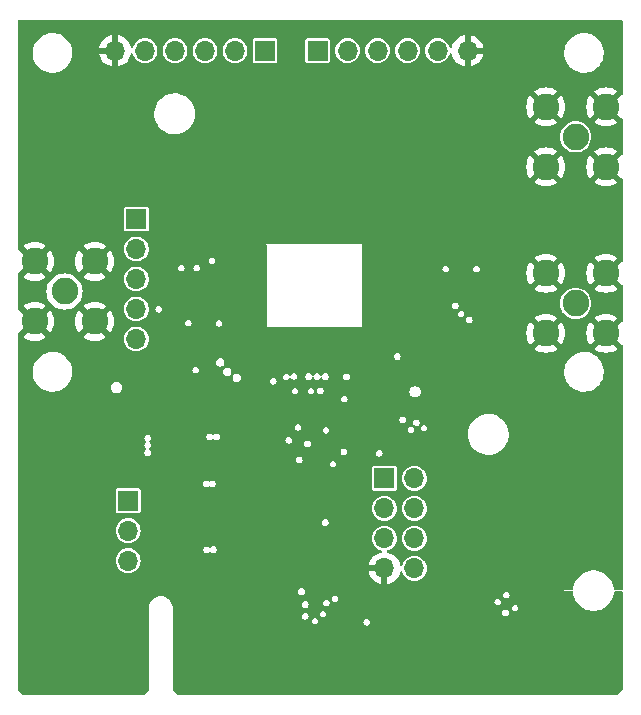
<source format=gbr>
G04 #@! TF.GenerationSoftware,KiCad,Pcbnew,7.0.7-7.0.7~ubuntu22.04.1*
G04 #@! TF.CreationDate,2023-09-29T12:00:57+02:00*
G04 #@! TF.ProjectId,astropix_v4,61737472-6f70-4697-985f-76342e6b6963,1.0*
G04 #@! TF.SameCoordinates,Original*
G04 #@! TF.FileFunction,Copper,L3,Inr*
G04 #@! TF.FilePolarity,Positive*
%FSLAX46Y46*%
G04 Gerber Fmt 4.6, Leading zero omitted, Abs format (unit mm)*
G04 Created by KiCad (PCBNEW 7.0.7-7.0.7~ubuntu22.04.1) date 2023-09-29 12:00:57*
%MOMM*%
%LPD*%
G01*
G04 APERTURE LIST*
G04 #@! TA.AperFunction,ComponentPad*
%ADD10C,2.250000*%
G04 #@! TD*
G04 #@! TA.AperFunction,ComponentPad*
%ADD11R,1.700000X1.700000*%
G04 #@! TD*
G04 #@! TA.AperFunction,ComponentPad*
%ADD12O,1.700000X1.700000*%
G04 #@! TD*
G04 #@! TA.AperFunction,ViaPad*
%ADD13C,0.450000*%
G04 #@! TD*
G04 APERTURE END LIST*
D10*
G04 #@! TO.N,/HV_in_ext*
G04 #@! TO.C,J6*
X109520000Y-75000000D03*
G04 #@! TO.N,GND*
X106980000Y-77540000D03*
X112060000Y-77540000D03*
X106980000Y-72460000D03*
X112060000Y-72460000D03*
G04 #@! TD*
D11*
G04 #@! TO.N,/spi_left_mosi*
G04 #@! TO.C,J9*
X126492000Y-54610000D03*
D12*
G04 #@! TO.N,/spi_left_miso0*
X123952000Y-54610000D03*
G04 #@! TO.N,/spi_left_miso1*
X121412000Y-54610000D03*
G04 #@! TO.N,/spi_left_clk*
X118872000Y-54610000D03*
G04 #@! TO.N,/spi_left_csn*
X116332000Y-54610000D03*
G04 #@! TO.N,GND*
X113792000Y-54610000D03*
G04 #@! TD*
D11*
G04 #@! TO.N,/spi_right_clk*
G04 #@! TO.C,J10*
X130937000Y-54610000D03*
D12*
G04 #@! TO.N,/spi_right_miso1*
X133477000Y-54610000D03*
G04 #@! TO.N,/spi_right_miso0*
X136017000Y-54610000D03*
G04 #@! TO.N,/spi_right_csn*
X138557000Y-54610000D03*
G04 #@! TO.N,/spi_right_mosi*
X141097000Y-54610000D03*
G04 #@! TO.N,GND*
X143637000Y-54610000D03*
G04 #@! TD*
D11*
G04 #@! TO.N,/VDD18_in*
G04 #@! TO.C,JP1*
X114909600Y-92710000D03*
D12*
G04 #@! TO.N,VDD*
X114909600Y-95250000D03*
G04 #@! TO.N,/POW4_in*
X114909600Y-97790000D03*
G04 #@! TD*
D10*
G04 #@! TO.N,Net-(J4-In)*
G04 #@! TO.C,J4*
X152800000Y-76000000D03*
G04 #@! TO.N,GND*
X155340000Y-73460000D03*
X150260000Y-73460000D03*
X155340000Y-78540000D03*
X150260000Y-78540000D03*
G04 #@! TD*
D11*
G04 #@! TO.N,Net-(J11-Pin_1)*
G04 #@! TO.C,J11*
X115600000Y-68860000D03*
D12*
G04 #@! TO.N,unconnected-(J11-Pin_2-Pad2)*
X115600000Y-71400000D03*
G04 #@! TO.N,Net-(J11-Pin_3)*
X115600000Y-73940000D03*
G04 #@! TO.N,VDDA*
X115600000Y-76480000D03*
G04 #@! TO.N,Net-(J11-Pin_5)*
X115600000Y-79020000D03*
G04 #@! TD*
D11*
G04 #@! TO.N,/Vtemp1*
G04 #@! TO.C,J2*
X136600000Y-90820000D03*
D12*
G04 #@! TO.N,/pload*
X139140000Y-90820000D03*
G04 #@! TO.N,/Vtemp2*
X136600000Y-93360000D03*
G04 #@! TO.N,/VPBias*
X139140000Y-93360000D03*
G04 #@! TO.N,/vdac_test*
X136600000Y-95900000D03*
G04 #@! TO.N,/pamp*
X139140000Y-95900000D03*
G04 #@! TO.N,GND*
X136600000Y-98440000D03*
G04 #@! TO.N,/cascpix*
X139140000Y-98440000D03*
G04 #@! TD*
D10*
G04 #@! TO.N,Net-(J8-In)*
G04 #@! TO.C,J8*
X152800000Y-61900000D03*
G04 #@! TO.N,GND*
X155340000Y-59360000D03*
X150260000Y-59360000D03*
X155340000Y-64440000D03*
X150260000Y-64440000D03*
G04 #@! TD*
D13*
G04 #@! TO.N,GND*
X145000000Y-72600000D03*
X122560000Y-102920000D03*
X128860000Y-89830000D03*
X137700000Y-81200000D03*
X137700000Y-79800000D03*
X120777000Y-94742000D03*
X131300000Y-85700000D03*
X149411002Y-83769945D03*
X129900000Y-84100000D03*
X117500400Y-93421200D03*
X141200000Y-72700000D03*
X119150000Y-89450000D03*
X115824000Y-102717600D03*
X140700000Y-86900000D03*
X128300000Y-84500000D03*
X134350000Y-83300000D03*
X119176800Y-93421200D03*
X124230000Y-77870000D03*
X132800000Y-82800000D03*
X133120000Y-89800000D03*
X138800000Y-85600000D03*
X120900000Y-72400000D03*
X115214400Y-102743000D03*
X120800000Y-89450000D03*
X140120000Y-83890000D03*
X120751600Y-93421200D03*
X117550000Y-89450000D03*
X115824000Y-102108000D03*
X118988000Y-72558655D03*
X146800000Y-65000000D03*
X110642400Y-89814400D03*
X127640000Y-103090000D03*
X117500388Y-94691200D03*
X132900000Y-103040000D03*
X127300000Y-85300000D03*
X130100000Y-82800000D03*
X119151402Y-94691200D03*
X127700000Y-88500000D03*
X147390000Y-102920000D03*
X128620000Y-101040000D03*
X115214400Y-102108000D03*
X123000000Y-72900000D03*
X146190000Y-100040000D03*
X133521904Y-85818767D03*
X141300000Y-77700000D03*
X144900000Y-76600000D03*
X133030000Y-100200000D03*
X113944400Y-89814398D03*
X137470000Y-87770000D03*
X127200000Y-84500000D03*
G04 #@! TD*
G04 #@! TA.AperFunction,Conductor*
G04 #@! TO.N,GND*
G36*
X156753621Y-52012407D02*
G01*
X156789585Y-52061907D01*
X156794430Y-52092547D01*
X156791510Y-58297567D01*
X156772575Y-58355748D01*
X156723058Y-58391689D01*
X156688611Y-58396443D01*
X156663746Y-58395462D01*
X156110289Y-58948918D01*
X156055773Y-58976695D01*
X155995341Y-58967124D01*
X155960876Y-58938033D01*
X155889244Y-58841815D01*
X155889242Y-58841813D01*
X155759800Y-58733197D01*
X155727377Y-58681309D01*
X155731645Y-58620272D01*
X155753432Y-58587355D01*
X156304535Y-58036252D01*
X156302824Y-58034791D01*
X156302819Y-58034787D01*
X156083668Y-57900491D01*
X156083656Y-57900485D01*
X155846186Y-57802122D01*
X155846187Y-57802122D01*
X155596245Y-57742116D01*
X155340000Y-57721950D01*
X155083754Y-57742116D01*
X154833813Y-57802122D01*
X154596343Y-57900485D01*
X154596331Y-57900491D01*
X154377184Y-58034785D01*
X154377176Y-58034791D01*
X154375463Y-58036252D01*
X154929237Y-58590027D01*
X154957014Y-58644544D01*
X154947443Y-58704976D01*
X154913635Y-58742744D01*
X154854629Y-58781553D01*
X154854627Y-58781555D01*
X154734313Y-58909080D01*
X154734308Y-58909087D01*
X154723991Y-58926957D01*
X154678521Y-58967898D01*
X154617671Y-58974294D01*
X154568251Y-58947461D01*
X154016252Y-58395463D01*
X154014791Y-58397176D01*
X154014785Y-58397184D01*
X153880491Y-58616331D01*
X153880485Y-58616343D01*
X153782122Y-58853813D01*
X153722116Y-59103754D01*
X153701950Y-59360000D01*
X153722116Y-59616245D01*
X153782122Y-59866186D01*
X153880485Y-60103656D01*
X153880491Y-60103668D01*
X154014787Y-60322819D01*
X154014791Y-60322824D01*
X154016252Y-60324535D01*
X154569708Y-59771080D01*
X154624225Y-59743303D01*
X154684657Y-59752874D01*
X154719122Y-59781965D01*
X154790754Y-59878183D01*
X154920198Y-59986801D01*
X154952620Y-60038689D01*
X154948352Y-60099726D01*
X154926565Y-60132642D01*
X154375463Y-60683745D01*
X154375463Y-60683746D01*
X154377179Y-60685211D01*
X154596331Y-60819508D01*
X154596343Y-60819514D01*
X154833813Y-60917877D01*
X154833812Y-60917877D01*
X155083754Y-60977883D01*
X155340000Y-60998049D01*
X155596245Y-60977883D01*
X155846186Y-60917877D01*
X156083656Y-60819514D01*
X156083668Y-60819508D01*
X156302818Y-60685213D01*
X156304535Y-60683746D01*
X155750762Y-60129972D01*
X155722985Y-60075455D01*
X155732556Y-60015023D01*
X155766366Y-59977254D01*
X155825373Y-59938445D01*
X155945688Y-59810918D01*
X155956007Y-59793043D01*
X156001473Y-59752103D01*
X156062323Y-59745704D01*
X156111748Y-59772538D01*
X156663746Y-60324535D01*
X156687625Y-60323597D01*
X156746513Y-60340206D01*
X156784392Y-60388256D01*
X156790511Y-60422568D01*
X156789121Y-63377473D01*
X156770186Y-63435654D01*
X156720669Y-63471595D01*
X156686221Y-63476349D01*
X156663745Y-63475463D01*
X156110289Y-64028918D01*
X156055773Y-64056695D01*
X155995341Y-64047124D01*
X155960876Y-64018033D01*
X155889244Y-63921815D01*
X155889242Y-63921813D01*
X155759800Y-63813197D01*
X155727377Y-63761309D01*
X155731645Y-63700272D01*
X155753432Y-63667355D01*
X156304535Y-63116252D01*
X156302824Y-63114791D01*
X156302819Y-63114787D01*
X156083668Y-62980491D01*
X156083656Y-62980485D01*
X155846186Y-62882122D01*
X155846187Y-62882122D01*
X155596245Y-62822116D01*
X155340000Y-62801950D01*
X155083754Y-62822116D01*
X154833813Y-62882122D01*
X154596343Y-62980485D01*
X154596331Y-62980491D01*
X154377184Y-63114785D01*
X154377176Y-63114791D01*
X154375463Y-63116252D01*
X154929237Y-63670027D01*
X154957014Y-63724544D01*
X154947443Y-63784976D01*
X154913635Y-63822744D01*
X154854629Y-63861553D01*
X154854627Y-63861555D01*
X154734313Y-63989080D01*
X154734308Y-63989087D01*
X154723991Y-64006957D01*
X154678521Y-64047898D01*
X154617671Y-64054294D01*
X154568251Y-64027461D01*
X154016252Y-63475463D01*
X154014791Y-63477176D01*
X154014785Y-63477184D01*
X153880491Y-63696331D01*
X153880485Y-63696343D01*
X153782122Y-63933813D01*
X153722116Y-64183754D01*
X153701950Y-64439999D01*
X153722116Y-64696245D01*
X153782122Y-64946186D01*
X153880485Y-65183656D01*
X153880491Y-65183668D01*
X154014787Y-65402819D01*
X154014791Y-65402824D01*
X154016252Y-65404535D01*
X154569708Y-64851080D01*
X154624225Y-64823303D01*
X154684657Y-64832874D01*
X154719122Y-64861965D01*
X154790754Y-64958183D01*
X154920198Y-65066801D01*
X154952620Y-65118689D01*
X154948352Y-65179726D01*
X154926565Y-65212642D01*
X154375463Y-65763745D01*
X154375463Y-65763746D01*
X154377179Y-65765211D01*
X154596331Y-65899508D01*
X154596343Y-65899514D01*
X154833813Y-65997877D01*
X154833812Y-65997877D01*
X155083754Y-66057883D01*
X155340000Y-66078049D01*
X155596245Y-66057883D01*
X155846186Y-65997877D01*
X156083656Y-65899514D01*
X156083668Y-65899508D01*
X156302818Y-65765213D01*
X156304535Y-65763746D01*
X155750762Y-65209972D01*
X155722985Y-65155455D01*
X155732556Y-65095023D01*
X155766366Y-65057254D01*
X155825373Y-65018445D01*
X155945688Y-64890918D01*
X155956007Y-64873043D01*
X156001473Y-64832103D01*
X156062323Y-64825704D01*
X156111748Y-64852538D01*
X156663746Y-65404535D01*
X156685235Y-65403691D01*
X156744123Y-65420300D01*
X156782002Y-65468350D01*
X156788121Y-65502662D01*
X156784878Y-72397305D01*
X156765943Y-72455486D01*
X156716426Y-72491427D01*
X156681980Y-72496181D01*
X156663746Y-72495462D01*
X156110289Y-73048918D01*
X156055773Y-73076695D01*
X155995341Y-73067124D01*
X155960876Y-73038033D01*
X155889244Y-72941815D01*
X155889242Y-72941813D01*
X155759800Y-72833197D01*
X155727377Y-72781309D01*
X155731645Y-72720272D01*
X155753432Y-72687355D01*
X156304535Y-72136252D01*
X156302824Y-72134791D01*
X156302819Y-72134787D01*
X156083668Y-72000491D01*
X156083656Y-72000485D01*
X155846186Y-71902122D01*
X155846187Y-71902122D01*
X155596245Y-71842116D01*
X155340000Y-71821950D01*
X155083754Y-71842116D01*
X154833813Y-71902122D01*
X154596343Y-72000485D01*
X154596331Y-72000491D01*
X154377184Y-72134785D01*
X154377176Y-72134791D01*
X154375463Y-72136252D01*
X154929237Y-72690027D01*
X154957014Y-72744544D01*
X154947443Y-72804976D01*
X154913635Y-72842744D01*
X154854629Y-72881553D01*
X154854627Y-72881555D01*
X154734313Y-73009080D01*
X154734308Y-73009087D01*
X154723991Y-73026957D01*
X154678521Y-73067898D01*
X154617671Y-73074294D01*
X154568251Y-73047461D01*
X154016252Y-72495463D01*
X154014791Y-72497176D01*
X154014785Y-72497184D01*
X153880491Y-72716331D01*
X153880485Y-72716343D01*
X153782122Y-72953813D01*
X153722116Y-73203754D01*
X153701950Y-73459999D01*
X153722116Y-73716245D01*
X153782122Y-73966186D01*
X153880485Y-74203656D01*
X153880491Y-74203668D01*
X154014787Y-74422819D01*
X154014791Y-74422824D01*
X154016252Y-74424535D01*
X154569708Y-73871080D01*
X154624225Y-73843303D01*
X154684657Y-73852874D01*
X154719122Y-73881965D01*
X154790754Y-73978183D01*
X154920198Y-74086801D01*
X154952620Y-74138689D01*
X154948352Y-74199726D01*
X154926565Y-74232642D01*
X154375463Y-74783745D01*
X154375463Y-74783746D01*
X154377179Y-74785211D01*
X154596331Y-74919508D01*
X154596343Y-74919514D01*
X154833813Y-75017877D01*
X154833812Y-75017877D01*
X155083754Y-75077883D01*
X155340000Y-75098049D01*
X155596245Y-75077883D01*
X155846186Y-75017877D01*
X156083656Y-74919514D01*
X156083668Y-74919508D01*
X156302818Y-74785213D01*
X156304535Y-74783746D01*
X155750762Y-74229972D01*
X155722985Y-74175455D01*
X155732556Y-74115023D01*
X155766366Y-74077254D01*
X155825373Y-74038445D01*
X155945688Y-73910918D01*
X155956007Y-73893043D01*
X156001473Y-73852103D01*
X156062323Y-73845704D01*
X156111748Y-73872538D01*
X156663746Y-74424535D01*
X156680992Y-74423858D01*
X156739880Y-74440467D01*
X156777759Y-74488517D01*
X156783878Y-74522829D01*
X156782488Y-77477211D01*
X156763553Y-77535392D01*
X156714036Y-77571333D01*
X156679589Y-77576087D01*
X156663746Y-77575462D01*
X156110289Y-78128918D01*
X156055773Y-78156695D01*
X155995341Y-78147124D01*
X155960876Y-78118033D01*
X155889244Y-78021815D01*
X155889242Y-78021813D01*
X155759800Y-77913197D01*
X155727377Y-77861309D01*
X155731645Y-77800272D01*
X155753432Y-77767355D01*
X156304535Y-77216252D01*
X156302824Y-77214791D01*
X156302819Y-77214787D01*
X156083668Y-77080491D01*
X156083656Y-77080485D01*
X155846186Y-76982122D01*
X155846187Y-76982122D01*
X155596245Y-76922116D01*
X155340000Y-76901950D01*
X155083754Y-76922116D01*
X154833813Y-76982122D01*
X154596343Y-77080485D01*
X154596331Y-77080491D01*
X154377184Y-77214785D01*
X154377176Y-77214791D01*
X154375463Y-77216252D01*
X154929237Y-77770027D01*
X154957014Y-77824544D01*
X154947443Y-77884976D01*
X154913635Y-77922744D01*
X154854629Y-77961553D01*
X154854627Y-77961555D01*
X154734313Y-78089080D01*
X154734308Y-78089087D01*
X154723991Y-78106957D01*
X154678521Y-78147898D01*
X154617671Y-78154294D01*
X154568251Y-78127461D01*
X154016252Y-77575463D01*
X154014791Y-77577176D01*
X154014785Y-77577184D01*
X153880491Y-77796331D01*
X153880485Y-77796343D01*
X153782122Y-78033813D01*
X153722116Y-78283754D01*
X153701950Y-78540000D01*
X153722116Y-78796245D01*
X153782122Y-79046186D01*
X153880485Y-79283656D01*
X153880491Y-79283668D01*
X154014787Y-79502819D01*
X154014791Y-79502824D01*
X154016252Y-79504535D01*
X154569708Y-78951080D01*
X154624225Y-78923303D01*
X154684657Y-78932874D01*
X154719122Y-78961965D01*
X154790754Y-79058183D01*
X154920198Y-79166801D01*
X154952620Y-79218689D01*
X154948352Y-79279726D01*
X154926565Y-79312642D01*
X154375463Y-79863745D01*
X154375463Y-79863746D01*
X154377179Y-79865211D01*
X154596331Y-79999508D01*
X154596343Y-79999514D01*
X154833813Y-80097877D01*
X154833812Y-80097877D01*
X155083754Y-80157883D01*
X155340000Y-80178049D01*
X155596245Y-80157883D01*
X155846186Y-80097877D01*
X156083656Y-79999514D01*
X156083668Y-79999508D01*
X156302818Y-79865213D01*
X156304535Y-79863746D01*
X155750762Y-79309972D01*
X155722985Y-79255455D01*
X155732556Y-79195023D01*
X155766366Y-79157254D01*
X155825373Y-79118445D01*
X155945688Y-78990918D01*
X155956007Y-78973043D01*
X156001473Y-78932103D01*
X156062323Y-78925704D01*
X156111748Y-78952538D01*
X156663745Y-79504534D01*
X156678602Y-79503951D01*
X156737490Y-79520559D01*
X156775370Y-79568609D01*
X156781489Y-79602922D01*
X156775432Y-92482315D01*
X156771815Y-100172734D01*
X156771811Y-100180547D01*
X156752876Y-100238728D01*
X156703359Y-100274669D01*
X156672811Y-100279500D01*
X156115055Y-100279500D01*
X156056864Y-100260593D01*
X156020900Y-100211093D01*
X156016332Y-100187898D01*
X156015196Y-100172734D01*
X156007748Y-100073352D01*
X155950478Y-99822437D01*
X155856451Y-99582860D01*
X155856446Y-99582851D01*
X155856444Y-99582847D01*
X155759670Y-99415231D01*
X155727767Y-99359974D01*
X155694043Y-99317685D01*
X155567305Y-99158759D01*
X155567299Y-99158753D01*
X155378644Y-98983706D01*
X155378640Y-98983703D01*
X155378638Y-98983701D01*
X155165991Y-98838721D01*
X155165983Y-98838717D01*
X154934112Y-98727053D01*
X154688181Y-98651194D01*
X154688178Y-98651193D01*
X154688177Y-98651193D01*
X154688172Y-98651192D01*
X154688171Y-98651192D01*
X154439745Y-98613747D01*
X154385022Y-98586378D01*
X154356837Y-98532071D01*
X154355500Y-98515853D01*
X154355500Y-97819955D01*
X154343651Y-97791350D01*
X154343651Y-97791349D01*
X154340394Y-97790000D01*
X154305000Y-97775339D01*
X154266350Y-97791348D01*
X154266348Y-97791350D01*
X154254500Y-97819955D01*
X154254500Y-98515853D01*
X154235593Y-98574044D01*
X154186093Y-98610008D01*
X154170255Y-98613747D01*
X153921828Y-98651192D01*
X153921818Y-98651194D01*
X153675887Y-98727053D01*
X153444013Y-98838718D01*
X153231358Y-98983703D01*
X153042700Y-99158753D01*
X153042694Y-99158759D01*
X152882239Y-99359965D01*
X152882229Y-99359980D01*
X152753555Y-99582847D01*
X152753546Y-99582866D01*
X152659522Y-99822434D01*
X152602253Y-100073347D01*
X152602251Y-100073357D01*
X152593668Y-100187898D01*
X152570465Y-100244513D01*
X152518416Y-100276678D01*
X152494945Y-100279500D01*
X151794955Y-100279500D01*
X151766350Y-100291348D01*
X151766348Y-100291350D01*
X151765870Y-100292505D01*
X151750339Y-100330000D01*
X151766349Y-100368651D01*
X151794955Y-100380500D01*
X152494945Y-100380500D01*
X152553136Y-100399407D01*
X152589100Y-100448907D01*
X152593668Y-100472102D01*
X152602251Y-100586642D01*
X152602251Y-100586646D01*
X152602252Y-100586648D01*
X152604986Y-100598626D01*
X152659522Y-100837565D01*
X152753546Y-101077133D01*
X152753555Y-101077152D01*
X152860570Y-101262505D01*
X152882233Y-101300026D01*
X152882237Y-101300031D01*
X152882239Y-101300034D01*
X153042694Y-101501240D01*
X153042700Y-101501246D01*
X153231358Y-101676296D01*
X153231360Y-101676297D01*
X153231362Y-101676299D01*
X153384779Y-101780896D01*
X153444013Y-101821281D01*
X153675887Y-101932946D01*
X153675889Y-101932946D01*
X153675890Y-101932947D01*
X153921823Y-102008807D01*
X154170256Y-102046252D01*
X154224978Y-102073621D01*
X154253163Y-102127928D01*
X154254500Y-102144146D01*
X154254500Y-102840045D01*
X154266349Y-102868651D01*
X154305000Y-102884661D01*
X154343651Y-102868651D01*
X154355500Y-102840045D01*
X154355500Y-102144146D01*
X154374407Y-102085955D01*
X154423907Y-102049991D01*
X154439739Y-102046253D01*
X154688177Y-102008807D01*
X154934110Y-101932947D01*
X155165991Y-101821279D01*
X155378638Y-101676299D01*
X155567301Y-101501245D01*
X155727767Y-101300026D01*
X155856451Y-101077140D01*
X155950478Y-100837563D01*
X156007748Y-100586648D01*
X156016332Y-100472101D01*
X156039535Y-100415487D01*
X156091584Y-100383322D01*
X156115055Y-100380500D01*
X156672669Y-100380500D01*
X156730860Y-100399407D01*
X156766824Y-100448907D01*
X156771669Y-100479547D01*
X156771508Y-100822302D01*
X156771500Y-100822394D01*
X156771500Y-100840392D01*
X156771490Y-100860738D01*
X156771500Y-100860839D01*
X156771500Y-108679074D01*
X156752593Y-108737265D01*
X156742504Y-108749077D01*
X156330079Y-109161503D01*
X156275562Y-109189281D01*
X156260075Y-109190500D01*
X119183926Y-109190500D01*
X119125735Y-109171593D01*
X119113922Y-109161504D01*
X118701496Y-108749078D01*
X118673719Y-108694561D01*
X118672500Y-108679074D01*
X118672500Y-102900000D01*
X130443103Y-102900000D01*
X130464485Y-103007495D01*
X130464486Y-103007498D01*
X130525373Y-103098620D01*
X130525376Y-103098624D01*
X130525379Y-103098626D01*
X130616501Y-103159513D01*
X130616503Y-103159513D01*
X130616505Y-103159515D01*
X130724000Y-103180897D01*
X130831495Y-103159515D01*
X130922624Y-103098624D01*
X130983515Y-103007495D01*
X130985006Y-103000000D01*
X134819103Y-103000000D01*
X134840485Y-103107495D01*
X134840486Y-103107498D01*
X134889530Y-103180896D01*
X134901376Y-103198624D01*
X134901379Y-103198626D01*
X134992501Y-103259513D01*
X134992503Y-103259513D01*
X134992505Y-103259515D01*
X135100000Y-103280897D01*
X135207495Y-103259515D01*
X135298624Y-103198624D01*
X135359515Y-103107495D01*
X135380897Y-103000000D01*
X135359515Y-102892505D01*
X135359513Y-102892503D01*
X135359513Y-102892501D01*
X135298626Y-102801379D01*
X135298624Y-102801376D01*
X135285348Y-102792505D01*
X135207498Y-102740486D01*
X135207495Y-102740485D01*
X135100000Y-102719103D01*
X134992504Y-102740485D01*
X134992501Y-102740486D01*
X134901379Y-102801373D01*
X134901373Y-102801379D01*
X134840486Y-102892501D01*
X134840485Y-102892504D01*
X134819103Y-103000000D01*
X130985006Y-103000000D01*
X131004897Y-102900000D01*
X130983515Y-102792505D01*
X130983513Y-102792503D01*
X130983513Y-102792501D01*
X130922626Y-102701379D01*
X130922624Y-102701376D01*
X130922620Y-102701373D01*
X130831498Y-102640486D01*
X130831495Y-102640485D01*
X130724000Y-102619103D01*
X130616504Y-102640485D01*
X130616501Y-102640486D01*
X130525379Y-102701373D01*
X130525373Y-102701379D01*
X130464486Y-102792501D01*
X130464485Y-102792504D01*
X130443103Y-102900000D01*
X118672500Y-102900000D01*
X118672500Y-102500000D01*
X129618603Y-102500000D01*
X129620054Y-102507296D01*
X129639985Y-102607495D01*
X129639986Y-102607498D01*
X129700873Y-102698620D01*
X129700876Y-102698624D01*
X129700879Y-102698626D01*
X129792001Y-102759513D01*
X129792003Y-102759513D01*
X129792005Y-102759515D01*
X129899500Y-102780897D01*
X130006995Y-102759515D01*
X130098124Y-102698624D01*
X130159015Y-102607495D01*
X130180397Y-102500000D01*
X130159015Y-102392505D01*
X130159013Y-102392503D01*
X130159013Y-102392501D01*
X130102998Y-102308671D01*
X131131103Y-102308671D01*
X131152485Y-102416167D01*
X131152486Y-102416170D01*
X131208500Y-102499999D01*
X131213376Y-102507296D01*
X131213379Y-102507298D01*
X131304501Y-102568185D01*
X131304503Y-102568185D01*
X131304505Y-102568187D01*
X131412000Y-102589569D01*
X131519495Y-102568187D01*
X131610624Y-102507296D01*
X131671515Y-102416167D01*
X131692897Y-102308672D01*
X131671515Y-102201177D01*
X131671513Y-102201175D01*
X131671513Y-102201173D01*
X131670395Y-102199500D01*
X146569103Y-102199500D01*
X146590485Y-102306995D01*
X146590486Y-102306998D01*
X146647621Y-102392505D01*
X146651376Y-102398124D01*
X146651379Y-102398126D01*
X146742501Y-102459013D01*
X146742503Y-102459013D01*
X146742505Y-102459015D01*
X146850000Y-102480397D01*
X146957495Y-102459015D01*
X147048624Y-102398124D01*
X147109515Y-102306995D01*
X147130897Y-102199500D01*
X147109515Y-102092005D01*
X147109513Y-102092003D01*
X147109513Y-102092001D01*
X147048626Y-102000879D01*
X147048624Y-102000876D01*
X147048620Y-102000873D01*
X146957498Y-101939986D01*
X146957495Y-101939985D01*
X146891606Y-101926879D01*
X146850000Y-101918603D01*
X146849999Y-101918603D01*
X146742504Y-101939985D01*
X146742501Y-101939986D01*
X146651379Y-102000873D01*
X146651373Y-102000879D01*
X146590486Y-102092001D01*
X146590485Y-102092004D01*
X146569103Y-102199500D01*
X131670395Y-102199500D01*
X131610626Y-102110051D01*
X131610624Y-102110048D01*
X131610620Y-102110045D01*
X131519498Y-102049158D01*
X131519495Y-102049157D01*
X131412000Y-102027775D01*
X131411999Y-102027775D01*
X131304504Y-102049157D01*
X131304501Y-102049158D01*
X131213379Y-102110045D01*
X131213373Y-102110051D01*
X131152486Y-102201173D01*
X131152485Y-102201176D01*
X131131103Y-102308671D01*
X130102998Y-102308671D01*
X130098126Y-102301379D01*
X130098124Y-102301376D01*
X130098120Y-102301373D01*
X130006998Y-102240486D01*
X130006995Y-102240485D01*
X129899500Y-102219103D01*
X129899499Y-102219103D01*
X129792004Y-102240485D01*
X129792001Y-102240486D01*
X129700879Y-102301373D01*
X129700873Y-102301379D01*
X129639986Y-102392501D01*
X129639985Y-102392504D01*
X129626756Y-102459014D01*
X129618603Y-102500000D01*
X118672500Y-102500000D01*
X118672500Y-101787500D01*
X147379103Y-101787500D01*
X147385823Y-101821282D01*
X147400485Y-101894995D01*
X147400486Y-101894998D01*
X147461373Y-101986120D01*
X147461376Y-101986124D01*
X147461379Y-101986126D01*
X147552501Y-102047013D01*
X147552503Y-102047013D01*
X147552505Y-102047015D01*
X147660000Y-102068397D01*
X147767495Y-102047015D01*
X147858624Y-101986124D01*
X147919515Y-101894995D01*
X147940897Y-101787500D01*
X147919515Y-101680005D01*
X147919513Y-101680003D01*
X147919513Y-101680001D01*
X147858626Y-101588879D01*
X147858624Y-101588876D01*
X147846683Y-101580897D01*
X147767498Y-101527986D01*
X147767495Y-101527985D01*
X147660000Y-101506603D01*
X147552504Y-101527985D01*
X147552501Y-101527986D01*
X147461379Y-101588873D01*
X147461373Y-101588879D01*
X147400486Y-101680001D01*
X147400485Y-101680004D01*
X147380417Y-101780896D01*
X147379103Y-101787500D01*
X118672500Y-101787500D01*
X118672500Y-101698290D01*
X118646558Y-101559513D01*
X118638429Y-101516027D01*
X118632220Y-101500000D01*
X129619103Y-101500000D01*
X129640485Y-101607495D01*
X129640486Y-101607498D01*
X129701373Y-101698620D01*
X129701376Y-101698624D01*
X129701379Y-101698626D01*
X129792501Y-101759513D01*
X129792503Y-101759513D01*
X129792505Y-101759515D01*
X129900000Y-101780897D01*
X130007495Y-101759515D01*
X130098624Y-101698624D01*
X130159515Y-101607495D01*
X130180897Y-101500000D01*
X130159515Y-101392505D01*
X130159513Y-101392503D01*
X130159513Y-101392501D01*
X130144478Y-101370000D01*
X131409103Y-101370000D01*
X131430485Y-101477495D01*
X131430486Y-101477498D01*
X131491373Y-101568620D01*
X131491376Y-101568624D01*
X131491379Y-101568626D01*
X131582501Y-101629513D01*
X131582503Y-101629513D01*
X131582505Y-101629515D01*
X131690000Y-101650897D01*
X131797495Y-101629515D01*
X131888624Y-101568624D01*
X131949515Y-101477495D01*
X131970897Y-101370000D01*
X131956973Y-101300000D01*
X145919103Y-101300000D01*
X145940485Y-101407495D01*
X145940486Y-101407498D01*
X145987503Y-101477862D01*
X146001376Y-101498624D01*
X146001379Y-101498626D01*
X146092501Y-101559513D01*
X146092503Y-101559513D01*
X146092505Y-101559515D01*
X146200000Y-101580897D01*
X146307495Y-101559515D01*
X146398624Y-101498624D01*
X146459515Y-101407495D01*
X146480897Y-101300000D01*
X146459515Y-101192505D01*
X146459513Y-101192503D01*
X146459513Y-101192501D01*
X146398626Y-101101379D01*
X146398624Y-101101376D01*
X146398620Y-101101373D01*
X146307498Y-101040486D01*
X146307495Y-101040485D01*
X146200000Y-101019103D01*
X146092504Y-101040485D01*
X146092501Y-101040486D01*
X146001379Y-101101373D01*
X146001373Y-101101379D01*
X145940486Y-101192501D01*
X145940485Y-101192504D01*
X145919103Y-101300000D01*
X131956973Y-101300000D01*
X131949515Y-101262505D01*
X131949513Y-101262503D01*
X131949513Y-101262501D01*
X131888626Y-101171379D01*
X131888624Y-101171376D01*
X131888620Y-101171373D01*
X131797498Y-101110486D01*
X131797495Y-101110485D01*
X131690000Y-101089103D01*
X131582504Y-101110485D01*
X131582501Y-101110486D01*
X131491379Y-101171373D01*
X131491373Y-101171379D01*
X131430486Y-101262501D01*
X131430485Y-101262504D01*
X131409103Y-101370000D01*
X130144478Y-101370000D01*
X130098626Y-101301379D01*
X130098624Y-101301376D01*
X130096604Y-101300026D01*
X130007498Y-101240486D01*
X130007495Y-101240485D01*
X129900000Y-101219103D01*
X129792504Y-101240485D01*
X129792501Y-101240486D01*
X129701379Y-101301373D01*
X129701373Y-101301379D01*
X129640486Y-101392501D01*
X129640485Y-101392504D01*
X129619103Y-101500000D01*
X118632220Y-101500000D01*
X118571448Y-101343128D01*
X118473837Y-101185481D01*
X118348920Y-101048454D01*
X118284756Y-101000000D01*
X132131103Y-101000000D01*
X132145099Y-101070365D01*
X132152485Y-101107495D01*
X132152486Y-101107498D01*
X132209287Y-101192505D01*
X132213376Y-101198624D01*
X132213379Y-101198626D01*
X132304501Y-101259513D01*
X132304503Y-101259513D01*
X132304505Y-101259515D01*
X132412000Y-101280897D01*
X132519495Y-101259515D01*
X132610624Y-101198624D01*
X132671515Y-101107495D01*
X132692897Y-101000000D01*
X132671515Y-100892505D01*
X132671513Y-100892503D01*
X132671513Y-100892501D01*
X132610626Y-100801379D01*
X132610624Y-100801376D01*
X132587933Y-100786214D01*
X132519498Y-100740486D01*
X132519495Y-100740485D01*
X132412000Y-100719103D01*
X132411999Y-100719103D01*
X132304504Y-100740485D01*
X132304501Y-100740486D01*
X132213379Y-100801373D01*
X132213373Y-100801379D01*
X132152486Y-100892501D01*
X132152485Y-100892504D01*
X132151269Y-100898620D01*
X132131103Y-101000000D01*
X118284756Y-101000000D01*
X118200952Y-100936714D01*
X118034971Y-100854065D01*
X117856629Y-100803322D01*
X117672000Y-100786214D01*
X117487371Y-100803322D01*
X117309029Y-100854065D01*
X117309028Y-100854065D01*
X117309026Y-100854066D01*
X117143055Y-100936710D01*
X117143046Y-100936715D01*
X117043052Y-101012226D01*
X116995080Y-101048454D01*
X116870163Y-101185481D01*
X116870161Y-101185483D01*
X116870160Y-101185485D01*
X116772555Y-101343122D01*
X116772552Y-101343127D01*
X116705570Y-101516029D01*
X116671500Y-101698290D01*
X116671500Y-108679073D01*
X116652593Y-108737264D01*
X116642504Y-108749076D01*
X116230078Y-109161503D01*
X116175561Y-109189281D01*
X116160074Y-109190500D01*
X106083926Y-109190500D01*
X106025735Y-109171593D01*
X106013922Y-109161504D01*
X105601496Y-108749078D01*
X105573719Y-108694561D01*
X105572500Y-108679074D01*
X105572500Y-100841280D01*
X105572543Y-100699999D01*
X146639103Y-100699999D01*
X146660485Y-100807495D01*
X146660486Y-100807498D01*
X146717287Y-100892505D01*
X146721376Y-100898624D01*
X146721379Y-100898626D01*
X146812501Y-100959513D01*
X146812503Y-100959513D01*
X146812505Y-100959515D01*
X146920000Y-100980897D01*
X147027495Y-100959515D01*
X147118624Y-100898624D01*
X147179515Y-100807495D01*
X147200897Y-100700000D01*
X147179515Y-100592505D01*
X147179513Y-100592503D01*
X147179513Y-100592501D01*
X147118626Y-100501379D01*
X147118624Y-100501376D01*
X147097509Y-100487267D01*
X147027498Y-100440486D01*
X147027495Y-100440485D01*
X146963582Y-100427772D01*
X146920000Y-100419103D01*
X146919999Y-100419103D01*
X146812504Y-100440485D01*
X146812501Y-100440486D01*
X146721379Y-100501373D01*
X146721373Y-100501379D01*
X146660486Y-100592501D01*
X146660485Y-100592504D01*
X146639103Y-100699999D01*
X105572543Y-100699999D01*
X105572635Y-100400000D01*
X129303103Y-100400000D01*
X129324485Y-100507495D01*
X129324486Y-100507498D01*
X129381287Y-100592505D01*
X129385376Y-100598624D01*
X129385379Y-100598626D01*
X129476501Y-100659513D01*
X129476503Y-100659513D01*
X129476505Y-100659515D01*
X129584000Y-100680897D01*
X129691495Y-100659515D01*
X129782624Y-100598624D01*
X129843515Y-100507495D01*
X129864897Y-100400000D01*
X129843515Y-100292505D01*
X129843513Y-100292503D01*
X129843513Y-100292501D01*
X129782626Y-100201379D01*
X129782624Y-100201376D01*
X129782620Y-100201373D01*
X129691498Y-100140486D01*
X129691495Y-100140485D01*
X129584000Y-100119103D01*
X129476504Y-100140485D01*
X129476501Y-100140486D01*
X129385379Y-100201373D01*
X129385373Y-100201379D01*
X129324486Y-100292501D01*
X129324485Y-100292504D01*
X129303103Y-100400000D01*
X105572635Y-100400000D01*
X105573312Y-98193954D01*
X105573436Y-97790003D01*
X113854017Y-97790003D01*
X113874298Y-97995929D01*
X113874299Y-97995934D01*
X113934368Y-98193954D01*
X114031916Y-98376452D01*
X114084071Y-98440003D01*
X114163190Y-98536410D01*
X114163195Y-98536414D01*
X114323147Y-98667683D01*
X114323148Y-98667683D01*
X114323150Y-98667685D01*
X114505646Y-98765232D01*
X114643597Y-98807078D01*
X114703665Y-98825300D01*
X114703670Y-98825301D01*
X114909597Y-98845583D01*
X114909600Y-98845583D01*
X114909603Y-98845583D01*
X115115529Y-98825301D01*
X115115534Y-98825300D01*
X115116833Y-98824906D01*
X115313554Y-98765232D01*
X115496050Y-98667685D01*
X115656010Y-98536410D01*
X115787285Y-98376450D01*
X115884832Y-98193954D01*
X115887245Y-98185999D01*
X135263455Y-98185999D01*
X135263456Y-98186000D01*
X136021224Y-98186000D01*
X136079415Y-98204907D01*
X136115379Y-98254407D01*
X136116214Y-98312892D01*
X136100000Y-98368109D01*
X136100000Y-98511890D01*
X136116214Y-98567108D01*
X136114467Y-98628268D01*
X136077104Y-98676721D01*
X136021224Y-98694000D01*
X135263456Y-98694000D01*
X135311176Y-98882447D01*
X135401581Y-99088551D01*
X135401584Y-99088556D01*
X135524671Y-99276954D01*
X135677103Y-99442539D01*
X135854695Y-99580765D01*
X135854698Y-99580767D01*
X136052624Y-99687880D01*
X136265491Y-99760957D01*
X136345999Y-99774392D01*
X136346000Y-99774392D01*
X136346000Y-99022874D01*
X136364907Y-98964683D01*
X136414407Y-98928719D01*
X136459090Y-98924882D01*
X136564233Y-98940000D01*
X136564237Y-98940000D01*
X136635767Y-98940000D01*
X136740910Y-98924882D01*
X136801199Y-98935315D01*
X136843842Y-98979192D01*
X136854000Y-99022874D01*
X136854000Y-99774392D01*
X136934508Y-99760957D01*
X137147375Y-99687880D01*
X137345301Y-99580767D01*
X137345304Y-99580765D01*
X137522896Y-99442539D01*
X137675328Y-99276954D01*
X137798415Y-99088556D01*
X137798418Y-99088551D01*
X137888821Y-98882453D01*
X137932304Y-98710739D01*
X137964918Y-98658971D01*
X138021732Y-98636258D01*
X138081045Y-98651278D01*
X138120202Y-98698293D01*
X138123012Y-98706303D01*
X138131147Y-98733120D01*
X138164768Y-98843954D01*
X138210076Y-98928719D01*
X138262316Y-99026452D01*
X138390083Y-99182137D01*
X138393590Y-99186410D01*
X138393595Y-99186414D01*
X138553547Y-99317683D01*
X138553548Y-99317683D01*
X138553550Y-99317685D01*
X138736046Y-99415232D01*
X138873997Y-99457078D01*
X138934065Y-99475300D01*
X138934070Y-99475301D01*
X139139997Y-99495583D01*
X139140000Y-99495583D01*
X139140003Y-99495583D01*
X139345929Y-99475301D01*
X139345934Y-99475300D01*
X139345933Y-99475300D01*
X139543954Y-99415232D01*
X139726450Y-99317685D01*
X139886410Y-99186410D01*
X140017685Y-99026450D01*
X140115232Y-98843954D01*
X140175300Y-98645934D01*
X140175301Y-98645929D01*
X140195583Y-98440003D01*
X140195583Y-98439996D01*
X140175301Y-98234070D01*
X140175300Y-98234065D01*
X140137423Y-98109202D01*
X140115232Y-98036046D01*
X140017685Y-97853550D01*
X139990114Y-97819955D01*
X139886414Y-97693595D01*
X139886410Y-97693590D01*
X139886404Y-97693585D01*
X139726452Y-97562316D01*
X139543954Y-97464768D01*
X139345934Y-97404699D01*
X139345929Y-97404698D01*
X139140003Y-97384417D01*
X139139997Y-97384417D01*
X138934070Y-97404698D01*
X138934065Y-97404699D01*
X138736045Y-97464768D01*
X138553547Y-97562316D01*
X138393595Y-97693585D01*
X138393585Y-97693595D01*
X138262316Y-97853547D01*
X138164769Y-98036044D01*
X138123012Y-98173696D01*
X138088027Y-98223892D01*
X138030218Y-98243938D01*
X137971668Y-98226176D01*
X137934739Y-98177392D01*
X137932304Y-98169260D01*
X137888821Y-97997546D01*
X137798418Y-97791448D01*
X137798415Y-97791443D01*
X137675328Y-97603045D01*
X137522896Y-97437460D01*
X137345304Y-97299234D01*
X137345301Y-97299232D01*
X137147375Y-97192119D01*
X136934509Y-97119042D01*
X136877973Y-97109608D01*
X136823689Y-97081380D01*
X136796363Y-97026635D01*
X136806434Y-96966285D01*
X136850055Y-96923379D01*
X136865524Y-96917223D01*
X137003954Y-96875232D01*
X137186450Y-96777685D01*
X137346410Y-96646410D01*
X137477685Y-96486450D01*
X137575232Y-96303954D01*
X137635300Y-96105934D01*
X137635301Y-96105929D01*
X137655583Y-95900003D01*
X138084417Y-95900003D01*
X138104698Y-96105929D01*
X138104699Y-96105934D01*
X138164768Y-96303954D01*
X138262316Y-96486452D01*
X138393585Y-96646404D01*
X138393590Y-96646410D01*
X138399890Y-96651580D01*
X138553547Y-96777683D01*
X138553548Y-96777683D01*
X138553550Y-96777685D01*
X138736046Y-96875232D01*
X138858294Y-96912315D01*
X138934065Y-96935300D01*
X138934070Y-96935301D01*
X139139997Y-96955583D01*
X139140000Y-96955583D01*
X139140003Y-96955583D01*
X139345929Y-96935301D01*
X139345934Y-96935300D01*
X139345933Y-96935299D01*
X139543954Y-96875232D01*
X139726450Y-96777685D01*
X139886410Y-96646410D01*
X140017685Y-96486450D01*
X140115232Y-96303954D01*
X140175300Y-96105934D01*
X140175301Y-96105929D01*
X140195583Y-95900003D01*
X140195583Y-95899996D01*
X140175301Y-95694070D01*
X140175300Y-95694065D01*
X140157078Y-95633996D01*
X140115232Y-95496046D01*
X140017685Y-95313550D01*
X139886410Y-95153590D01*
X139752953Y-95044065D01*
X139726452Y-95022316D01*
X139543954Y-94924768D01*
X139345934Y-94864699D01*
X139345929Y-94864698D01*
X139140003Y-94844417D01*
X139139997Y-94844417D01*
X138934070Y-94864698D01*
X138934065Y-94864699D01*
X138736045Y-94924768D01*
X138553547Y-95022316D01*
X138393595Y-95153585D01*
X138393585Y-95153595D01*
X138262316Y-95313547D01*
X138164768Y-95496045D01*
X138104699Y-95694065D01*
X138104698Y-95694070D01*
X138084417Y-95899996D01*
X138084417Y-95900003D01*
X137655583Y-95900003D01*
X137655583Y-95899996D01*
X137635301Y-95694070D01*
X137635300Y-95694065D01*
X137617078Y-95633996D01*
X137575232Y-95496046D01*
X137477685Y-95313550D01*
X137346410Y-95153590D01*
X137212953Y-95044065D01*
X137186452Y-95022316D01*
X137003954Y-94924768D01*
X136805934Y-94864699D01*
X136805929Y-94864698D01*
X136600003Y-94844417D01*
X136599997Y-94844417D01*
X136394070Y-94864698D01*
X136394065Y-94864699D01*
X136196045Y-94924768D01*
X136013547Y-95022316D01*
X135853595Y-95153585D01*
X135853585Y-95153595D01*
X135722316Y-95313547D01*
X135624768Y-95496045D01*
X135564699Y-95694065D01*
X135564698Y-95694070D01*
X135544417Y-95899996D01*
X135544417Y-95900003D01*
X135564698Y-96105929D01*
X135564699Y-96105934D01*
X135624768Y-96303954D01*
X135722316Y-96486452D01*
X135853585Y-96646404D01*
X135853590Y-96646410D01*
X135859890Y-96651580D01*
X136013547Y-96777683D01*
X136013548Y-96777683D01*
X136013550Y-96777685D01*
X136196046Y-96875232D01*
X136334468Y-96917221D01*
X136384665Y-96952206D01*
X136404711Y-97010014D01*
X136386950Y-97068565D01*
X136338166Y-97105494D01*
X136322026Y-97109608D01*
X136265490Y-97119042D01*
X136052624Y-97192119D01*
X135854698Y-97299232D01*
X135854695Y-97299234D01*
X135677103Y-97437460D01*
X135524671Y-97603045D01*
X135401584Y-97791443D01*
X135401581Y-97791448D01*
X135311176Y-97997552D01*
X135263455Y-98185999D01*
X115887245Y-98185999D01*
X115944900Y-97995934D01*
X115944901Y-97995929D01*
X115965183Y-97790003D01*
X115965183Y-97789996D01*
X115944901Y-97584070D01*
X115944900Y-97584065D01*
X115926678Y-97523997D01*
X115884832Y-97386046D01*
X115787285Y-97203550D01*
X115738493Y-97144097D01*
X115670974Y-97061824D01*
X115656010Y-97043590D01*
X115635350Y-97026635D01*
X115496052Y-96912316D01*
X115404163Y-96863200D01*
X121270507Y-96863200D01*
X121282477Y-96923379D01*
X121291889Y-96970695D01*
X121291890Y-96970698D01*
X121344095Y-97048826D01*
X121352780Y-97061824D01*
X121352783Y-97061826D01*
X121443905Y-97122713D01*
X121443907Y-97122713D01*
X121443909Y-97122715D01*
X121551404Y-97144097D01*
X121658899Y-97122715D01*
X121750028Y-97061824D01*
X121759330Y-97047901D01*
X121807379Y-97010023D01*
X121868517Y-97007621D01*
X121919391Y-97041613D01*
X121923959Y-97047900D01*
X121924576Y-97048824D01*
X121924579Y-97048826D01*
X122015701Y-97109713D01*
X122015703Y-97109713D01*
X122015705Y-97109715D01*
X122123200Y-97131097D01*
X122230695Y-97109715D01*
X122321824Y-97048824D01*
X122382715Y-96957695D01*
X122404097Y-96850200D01*
X122382715Y-96742705D01*
X122382713Y-96742703D01*
X122382713Y-96742701D01*
X122321826Y-96651579D01*
X122321824Y-96651576D01*
X122314084Y-96646404D01*
X122230698Y-96590686D01*
X122230695Y-96590685D01*
X122123200Y-96569303D01*
X122123199Y-96569303D01*
X122015704Y-96590685D01*
X122015701Y-96590686D01*
X121924579Y-96651573D01*
X121924572Y-96651580D01*
X121915271Y-96665500D01*
X121867220Y-96703377D01*
X121806081Y-96705777D01*
X121755209Y-96671782D01*
X121750641Y-96665494D01*
X121750028Y-96664576D01*
X121750024Y-96664573D01*
X121658902Y-96603686D01*
X121658899Y-96603685D01*
X121593543Y-96590685D01*
X121551404Y-96582303D01*
X121551403Y-96582303D01*
X121443908Y-96603685D01*
X121443905Y-96603686D01*
X121352783Y-96664573D01*
X121352777Y-96664579D01*
X121291890Y-96755701D01*
X121291889Y-96755704D01*
X121280141Y-96814768D01*
X121270507Y-96863200D01*
X115404163Y-96863200D01*
X115313554Y-96814768D01*
X115115534Y-96754699D01*
X115115529Y-96754698D01*
X114909603Y-96734417D01*
X114909597Y-96734417D01*
X114703670Y-96754698D01*
X114703665Y-96754699D01*
X114505645Y-96814768D01*
X114323147Y-96912316D01*
X114163195Y-97043585D01*
X114163185Y-97043595D01*
X114031916Y-97203547D01*
X113934368Y-97386045D01*
X113874299Y-97584065D01*
X113874298Y-97584070D01*
X113854017Y-97789996D01*
X113854017Y-97790003D01*
X105573436Y-97790003D01*
X105574215Y-95250003D01*
X113854017Y-95250003D01*
X113874298Y-95455929D01*
X113874299Y-95455934D01*
X113934368Y-95653954D01*
X114031916Y-95836452D01*
X114084071Y-95900003D01*
X114163190Y-95996410D01*
X114163195Y-95996414D01*
X114323147Y-96127683D01*
X114323148Y-96127683D01*
X114323150Y-96127685D01*
X114505646Y-96225232D01*
X114643597Y-96267078D01*
X114703665Y-96285300D01*
X114703670Y-96285301D01*
X114909597Y-96305583D01*
X114909600Y-96305583D01*
X114909603Y-96305583D01*
X115115529Y-96285301D01*
X115115534Y-96285300D01*
X115115533Y-96285300D01*
X115313554Y-96225232D01*
X115496050Y-96127685D01*
X115656010Y-95996410D01*
X115787285Y-95836450D01*
X115884832Y-95653954D01*
X115944900Y-95455934D01*
X115944901Y-95455929D01*
X115965183Y-95250003D01*
X115965183Y-95249996D01*
X115944901Y-95044070D01*
X115944900Y-95044065D01*
X115926678Y-94983997D01*
X115884832Y-94846046D01*
X115787285Y-94663550D01*
X115702304Y-94560000D01*
X131307103Y-94560000D01*
X131328485Y-94667495D01*
X131328486Y-94667498D01*
X131389373Y-94758620D01*
X131389376Y-94758624D01*
X131389379Y-94758626D01*
X131480501Y-94819513D01*
X131480503Y-94819513D01*
X131480505Y-94819515D01*
X131588000Y-94840897D01*
X131695495Y-94819515D01*
X131786624Y-94758624D01*
X131847515Y-94667495D01*
X131868897Y-94560000D01*
X131847515Y-94452505D01*
X131847513Y-94452503D01*
X131847513Y-94452501D01*
X131786626Y-94361379D01*
X131786624Y-94361376D01*
X131786620Y-94361373D01*
X131695498Y-94300486D01*
X131695495Y-94300485D01*
X131588000Y-94279103D01*
X131480504Y-94300485D01*
X131480501Y-94300486D01*
X131389379Y-94361373D01*
X131389373Y-94361379D01*
X131328486Y-94452501D01*
X131328485Y-94452504D01*
X131307103Y-94560000D01*
X115702304Y-94560000D01*
X115656010Y-94503590D01*
X115656004Y-94503585D01*
X115496052Y-94372316D01*
X115313554Y-94274768D01*
X115115534Y-94214699D01*
X115115529Y-94214698D01*
X114909603Y-94194417D01*
X114909597Y-94194417D01*
X114703670Y-94214698D01*
X114703665Y-94214699D01*
X114505645Y-94274768D01*
X114323147Y-94372316D01*
X114163195Y-94503585D01*
X114163185Y-94503595D01*
X114031916Y-94663547D01*
X113934368Y-94846045D01*
X113874299Y-95044065D01*
X113874298Y-95044070D01*
X113854017Y-95249996D01*
X113854017Y-95250003D01*
X105574215Y-95250003D01*
X105574727Y-93579746D01*
X113859100Y-93579746D01*
X113859101Y-93579758D01*
X113870732Y-93638227D01*
X113870733Y-93638231D01*
X113915048Y-93704552D01*
X113981369Y-93748867D01*
X114025831Y-93757711D01*
X114039841Y-93760498D01*
X114039846Y-93760498D01*
X114039852Y-93760500D01*
X114039853Y-93760500D01*
X115779347Y-93760500D01*
X115779348Y-93760500D01*
X115837831Y-93748867D01*
X115904152Y-93704552D01*
X115948467Y-93638231D01*
X115960100Y-93579748D01*
X115960100Y-93360003D01*
X135544417Y-93360003D01*
X135564698Y-93565929D01*
X135564699Y-93565934D01*
X135624768Y-93763954D01*
X135722316Y-93946452D01*
X135853585Y-94106404D01*
X135853590Y-94106410D01*
X135853595Y-94106414D01*
X136013547Y-94237683D01*
X136013548Y-94237683D01*
X136013550Y-94237685D01*
X136196046Y-94335232D01*
X136318294Y-94372315D01*
X136394065Y-94395300D01*
X136394070Y-94395301D01*
X136599997Y-94415583D01*
X136600000Y-94415583D01*
X136600003Y-94415583D01*
X136805929Y-94395301D01*
X136805934Y-94395300D01*
X136805933Y-94395299D01*
X137003954Y-94335232D01*
X137186450Y-94237685D01*
X137346410Y-94106410D01*
X137477685Y-93946450D01*
X137575232Y-93763954D01*
X137635300Y-93565934D01*
X137635301Y-93565929D01*
X137655583Y-93360003D01*
X138084417Y-93360003D01*
X138104698Y-93565929D01*
X138104699Y-93565934D01*
X138164768Y-93763954D01*
X138262316Y-93946452D01*
X138393585Y-94106404D01*
X138393590Y-94106410D01*
X138393595Y-94106414D01*
X138553547Y-94237683D01*
X138553548Y-94237683D01*
X138553550Y-94237685D01*
X138736046Y-94335232D01*
X138858294Y-94372315D01*
X138934065Y-94395300D01*
X138934070Y-94395301D01*
X139139997Y-94415583D01*
X139140000Y-94415583D01*
X139140003Y-94415583D01*
X139345929Y-94395301D01*
X139345934Y-94395300D01*
X139345933Y-94395300D01*
X139543954Y-94335232D01*
X139726450Y-94237685D01*
X139886410Y-94106410D01*
X140017685Y-93946450D01*
X140115232Y-93763954D01*
X140175300Y-93565934D01*
X140175301Y-93565929D01*
X140195583Y-93360003D01*
X140195583Y-93359996D01*
X140175301Y-93154070D01*
X140175300Y-93154065D01*
X140157078Y-93093997D01*
X140115232Y-92956046D01*
X140017685Y-92773550D01*
X139886410Y-92613590D01*
X139886404Y-92613585D01*
X139726452Y-92482316D01*
X139543954Y-92384768D01*
X139345934Y-92324699D01*
X139345929Y-92324698D01*
X139140003Y-92304417D01*
X139139997Y-92304417D01*
X138934070Y-92324698D01*
X138934065Y-92324699D01*
X138736045Y-92384768D01*
X138553547Y-92482316D01*
X138393595Y-92613585D01*
X138393585Y-92613595D01*
X138262316Y-92773547D01*
X138164768Y-92956045D01*
X138104699Y-93154065D01*
X138104698Y-93154070D01*
X138084417Y-93359996D01*
X138084417Y-93360003D01*
X137655583Y-93360003D01*
X137655583Y-93359996D01*
X137635301Y-93154070D01*
X137635300Y-93154065D01*
X137617078Y-93093997D01*
X137575232Y-92956046D01*
X137477685Y-92773550D01*
X137346410Y-92613590D01*
X137346404Y-92613585D01*
X137186452Y-92482316D01*
X137003954Y-92384768D01*
X136805934Y-92324699D01*
X136805929Y-92324698D01*
X136600003Y-92304417D01*
X136599997Y-92304417D01*
X136394070Y-92324698D01*
X136394065Y-92324699D01*
X136196045Y-92384768D01*
X136013547Y-92482316D01*
X135853595Y-92613585D01*
X135853585Y-92613595D01*
X135722316Y-92773547D01*
X135624768Y-92956045D01*
X135564699Y-93154065D01*
X135564698Y-93154070D01*
X135544417Y-93359996D01*
X135544417Y-93360003D01*
X115960100Y-93360003D01*
X115960100Y-91840252D01*
X115948467Y-91781769D01*
X115904152Y-91715448D01*
X115904148Y-91715445D01*
X115865687Y-91689746D01*
X135549500Y-91689746D01*
X135549501Y-91689758D01*
X135561132Y-91748227D01*
X135561134Y-91748233D01*
X135605445Y-91814548D01*
X135605448Y-91814552D01*
X135671769Y-91858867D01*
X135716231Y-91867711D01*
X135730241Y-91870498D01*
X135730246Y-91870498D01*
X135730252Y-91870500D01*
X135730253Y-91870500D01*
X137469747Y-91870500D01*
X137469748Y-91870500D01*
X137528231Y-91858867D01*
X137594552Y-91814552D01*
X137638867Y-91748231D01*
X137650500Y-91689748D01*
X137650500Y-90820003D01*
X138084417Y-90820003D01*
X138104698Y-91025929D01*
X138104699Y-91025934D01*
X138164768Y-91223954D01*
X138262316Y-91406452D01*
X138367086Y-91534115D01*
X138393590Y-91566410D01*
X138393595Y-91566414D01*
X138553547Y-91697683D01*
X138553548Y-91697683D01*
X138553550Y-91697685D01*
X138736046Y-91795232D01*
X138873997Y-91837078D01*
X138934065Y-91855300D01*
X138934070Y-91855301D01*
X139139997Y-91875583D01*
X139140000Y-91875583D01*
X139140003Y-91875583D01*
X139345929Y-91855301D01*
X139345934Y-91855300D01*
X139345933Y-91855299D01*
X139543954Y-91795232D01*
X139726450Y-91697685D01*
X139886410Y-91566410D01*
X140017685Y-91406450D01*
X140115232Y-91223954D01*
X140175300Y-91025934D01*
X140175301Y-91025929D01*
X140195583Y-90820003D01*
X140195583Y-90819996D01*
X140175301Y-90614070D01*
X140175300Y-90614065D01*
X140157078Y-90553997D01*
X140115232Y-90416046D01*
X140017685Y-90233550D01*
X139886410Y-90073590D01*
X139736123Y-89950253D01*
X139726452Y-89942316D01*
X139543954Y-89844768D01*
X139345934Y-89784699D01*
X139345929Y-89784698D01*
X139140003Y-89764417D01*
X139139997Y-89764417D01*
X138934070Y-89784698D01*
X138934065Y-89784699D01*
X138736045Y-89844768D01*
X138553547Y-89942316D01*
X138393595Y-90073585D01*
X138393585Y-90073595D01*
X138262316Y-90233547D01*
X138164768Y-90416045D01*
X138104699Y-90614065D01*
X138104698Y-90614070D01*
X138084417Y-90819996D01*
X138084417Y-90820003D01*
X137650500Y-90820003D01*
X137650500Y-89950252D01*
X137648921Y-89942316D01*
X137647711Y-89936231D01*
X137638867Y-89891769D01*
X137594552Y-89825448D01*
X137554402Y-89798620D01*
X137528233Y-89781134D01*
X137528231Y-89781133D01*
X137528228Y-89781132D01*
X137528227Y-89781132D01*
X137469758Y-89769501D01*
X137469748Y-89769500D01*
X135730252Y-89769500D01*
X135730251Y-89769500D01*
X135730241Y-89769501D01*
X135671772Y-89781132D01*
X135671766Y-89781134D01*
X135605451Y-89825445D01*
X135605445Y-89825451D01*
X135561134Y-89891766D01*
X135561132Y-89891772D01*
X135549501Y-89950241D01*
X135549500Y-89950253D01*
X135549500Y-91689746D01*
X115865687Y-91689746D01*
X115837833Y-91671134D01*
X115837831Y-91671133D01*
X115837828Y-91671132D01*
X115837827Y-91671132D01*
X115779358Y-91659501D01*
X115779348Y-91659500D01*
X114039852Y-91659500D01*
X114039851Y-91659500D01*
X114039841Y-91659501D01*
X113981372Y-91671132D01*
X113981366Y-91671134D01*
X113915051Y-91715445D01*
X113915045Y-91715451D01*
X113870734Y-91781766D01*
X113870732Y-91781772D01*
X113859101Y-91840241D01*
X113859100Y-91840253D01*
X113859100Y-93579746D01*
X105574727Y-93579746D01*
X105575434Y-91274600D01*
X121242803Y-91274600D01*
X121264185Y-91382095D01*
X121264186Y-91382098D01*
X121325073Y-91473220D01*
X121325076Y-91473224D01*
X121325079Y-91473226D01*
X121416201Y-91534113D01*
X121416203Y-91534113D01*
X121416205Y-91534115D01*
X121523700Y-91555497D01*
X121631195Y-91534115D01*
X121719551Y-91475076D01*
X121778434Y-91458469D01*
X121829551Y-91475078D01*
X121917901Y-91534113D01*
X121917903Y-91534113D01*
X121917905Y-91534115D01*
X122025400Y-91555497D01*
X122132895Y-91534115D01*
X122224024Y-91473224D01*
X122284915Y-91382095D01*
X122306297Y-91274600D01*
X122284915Y-91167105D01*
X122284913Y-91167103D01*
X122284913Y-91167101D01*
X122224026Y-91075979D01*
X122224024Y-91075976D01*
X122221248Y-91074121D01*
X122132898Y-91015086D01*
X122132895Y-91015085D01*
X122132894Y-91015085D01*
X122025400Y-90993703D01*
X122025399Y-90993703D01*
X121917904Y-91015085D01*
X121917901Y-91015087D01*
X121829551Y-91074121D01*
X121770662Y-91090730D01*
X121719548Y-91074121D01*
X121688333Y-91053263D01*
X121631198Y-91015086D01*
X121631195Y-91015085D01*
X121631195Y-91015084D01*
X121523700Y-90993703D01*
X121523699Y-90993703D01*
X121416204Y-91015085D01*
X121416201Y-91015086D01*
X121325079Y-91075973D01*
X121325073Y-91075979D01*
X121264186Y-91167101D01*
X121264185Y-91167104D01*
X121242803Y-91274600D01*
X105575434Y-91274600D01*
X105575948Y-89600000D01*
X131957103Y-89600000D01*
X131978485Y-89707495D01*
X131978486Y-89707498D01*
X132030072Y-89784700D01*
X132039376Y-89798624D01*
X132039379Y-89798626D01*
X132130501Y-89859513D01*
X132130503Y-89859513D01*
X132130505Y-89859515D01*
X132238000Y-89880897D01*
X132345495Y-89859515D01*
X132436624Y-89798624D01*
X132497515Y-89707495D01*
X132518897Y-89600000D01*
X132497515Y-89492505D01*
X132497513Y-89492503D01*
X132497513Y-89492501D01*
X132436626Y-89401379D01*
X132436624Y-89401376D01*
X132436620Y-89401373D01*
X132345498Y-89340486D01*
X132345495Y-89340485D01*
X132238000Y-89319103D01*
X132130504Y-89340485D01*
X132130501Y-89340486D01*
X132039379Y-89401373D01*
X132039373Y-89401379D01*
X131978486Y-89492501D01*
X131978485Y-89492504D01*
X131957103Y-89600000D01*
X105575948Y-89600000D01*
X105576056Y-89250000D01*
X129119103Y-89250000D01*
X129140485Y-89357495D01*
X129140486Y-89357498D01*
X129201373Y-89448620D01*
X129201376Y-89448624D01*
X129201379Y-89448626D01*
X129292501Y-89509513D01*
X129292503Y-89509513D01*
X129292505Y-89509515D01*
X129400000Y-89530897D01*
X129507495Y-89509515D01*
X129598624Y-89448624D01*
X129659515Y-89357495D01*
X129680897Y-89250000D01*
X129659515Y-89142505D01*
X129659513Y-89142503D01*
X129659513Y-89142501D01*
X129598626Y-89051379D01*
X129598624Y-89051376D01*
X129598620Y-89051373D01*
X129507498Y-88990486D01*
X129507495Y-88990485D01*
X129400000Y-88969103D01*
X129292504Y-88990485D01*
X129292501Y-88990486D01*
X129201379Y-89051373D01*
X129201373Y-89051379D01*
X129140486Y-89142501D01*
X129140485Y-89142504D01*
X129119103Y-89250000D01*
X105576056Y-89250000D01*
X105576240Y-88650000D01*
X116269103Y-88650000D01*
X116290485Y-88757495D01*
X116290486Y-88757498D01*
X116346212Y-88840896D01*
X116351376Y-88848624D01*
X116351379Y-88848626D01*
X116442501Y-88909513D01*
X116442503Y-88909513D01*
X116442505Y-88909515D01*
X116550000Y-88930897D01*
X116657495Y-88909515D01*
X116748624Y-88848624D01*
X116809515Y-88757495D01*
X116830897Y-88650000D01*
X116812995Y-88560000D01*
X132879103Y-88560000D01*
X132885569Y-88592505D01*
X132900485Y-88667495D01*
X132900486Y-88667498D01*
X132961373Y-88758620D01*
X132961376Y-88758624D01*
X132961379Y-88758626D01*
X133052501Y-88819513D01*
X133052503Y-88819513D01*
X133052505Y-88819515D01*
X133160000Y-88840897D01*
X133267495Y-88819515D01*
X133358624Y-88758624D01*
X133397796Y-88700000D01*
X135899103Y-88700000D01*
X135910540Y-88757498D01*
X135920485Y-88807495D01*
X135920486Y-88807498D01*
X135981373Y-88898620D01*
X135981376Y-88898624D01*
X135981379Y-88898626D01*
X136072501Y-88959513D01*
X136072503Y-88959513D01*
X136072505Y-88959515D01*
X136180000Y-88980897D01*
X136287495Y-88959515D01*
X136378624Y-88898624D01*
X136439515Y-88807495D01*
X136460897Y-88700000D01*
X136439515Y-88592505D01*
X136439513Y-88592503D01*
X136439513Y-88592501D01*
X136378626Y-88501379D01*
X136378624Y-88501376D01*
X136378620Y-88501373D01*
X136287498Y-88440486D01*
X136287495Y-88440485D01*
X136180000Y-88419103D01*
X136072504Y-88440485D01*
X136072501Y-88440486D01*
X135981379Y-88501373D01*
X135981373Y-88501379D01*
X135920486Y-88592501D01*
X135920485Y-88592504D01*
X135905569Y-88667495D01*
X135899103Y-88700000D01*
X133397796Y-88700000D01*
X133419515Y-88667495D01*
X133440897Y-88560000D01*
X133419515Y-88452505D01*
X133419513Y-88452503D01*
X133419513Y-88452501D01*
X133358626Y-88361379D01*
X133358624Y-88361376D01*
X133355465Y-88359265D01*
X133267498Y-88300486D01*
X133267495Y-88300485D01*
X133218483Y-88290736D01*
X133160000Y-88279103D01*
X133159999Y-88279103D01*
X133052504Y-88300485D01*
X133052501Y-88300486D01*
X132961379Y-88361373D01*
X132961373Y-88361379D01*
X132900486Y-88452501D01*
X132900485Y-88452504D01*
X132890765Y-88501373D01*
X132879103Y-88560000D01*
X116812995Y-88560000D01*
X116809515Y-88542505D01*
X116809513Y-88542503D01*
X116809513Y-88542501D01*
X116748626Y-88451379D01*
X116748624Y-88451376D01*
X116732326Y-88440486D01*
X116682683Y-88407315D01*
X116644804Y-88359265D01*
X116642402Y-88298127D01*
X116676395Y-88247253D01*
X116682683Y-88242685D01*
X116699766Y-88231269D01*
X116748624Y-88198624D01*
X116809515Y-88107495D01*
X116830897Y-88000000D01*
X116809515Y-87892505D01*
X116809513Y-87892503D01*
X116809513Y-87892501D01*
X116804196Y-87884543D01*
X129806603Y-87884543D01*
X129814995Y-87926731D01*
X129827985Y-87992038D01*
X129827986Y-87992041D01*
X129860492Y-88040688D01*
X129888876Y-88083167D01*
X129888879Y-88083169D01*
X129980001Y-88144056D01*
X129980003Y-88144056D01*
X129980005Y-88144058D01*
X130087500Y-88165440D01*
X130194995Y-88144058D01*
X130286124Y-88083167D01*
X130347015Y-87992038D01*
X130368397Y-87884543D01*
X130347015Y-87777048D01*
X130347013Y-87777046D01*
X130347013Y-87777044D01*
X130286126Y-87685922D01*
X130286124Y-87685919D01*
X130286120Y-87685916D01*
X130194998Y-87625029D01*
X130194995Y-87625028D01*
X130087500Y-87603646D01*
X129980004Y-87625028D01*
X129980001Y-87625029D01*
X129888879Y-87685916D01*
X129888873Y-87685922D01*
X129827986Y-87777044D01*
X129827985Y-87777047D01*
X129811582Y-87859514D01*
X129806603Y-87884543D01*
X116804196Y-87884543D01*
X116748626Y-87801379D01*
X116748624Y-87801376D01*
X116720096Y-87782314D01*
X116682218Y-87734266D01*
X116679816Y-87673127D01*
X116713809Y-87622254D01*
X116720097Y-87617685D01*
X116746565Y-87600000D01*
X128219103Y-87600000D01*
X128233649Y-87673127D01*
X128240485Y-87707495D01*
X128240486Y-87707498D01*
X128290479Y-87782316D01*
X128301376Y-87798624D01*
X128301379Y-87798626D01*
X128392501Y-87859513D01*
X128392503Y-87859513D01*
X128392505Y-87859515D01*
X128500000Y-87880897D01*
X128607495Y-87859515D01*
X128698624Y-87798624D01*
X128759515Y-87707495D01*
X128780897Y-87600000D01*
X128759515Y-87492505D01*
X128759513Y-87492503D01*
X128759513Y-87492501D01*
X128698626Y-87401379D01*
X128698624Y-87401376D01*
X128696565Y-87400000D01*
X128607498Y-87340486D01*
X128607495Y-87340485D01*
X128500000Y-87319103D01*
X128392504Y-87340485D01*
X128392501Y-87340486D01*
X128301379Y-87401373D01*
X128301373Y-87401379D01*
X128240486Y-87492501D01*
X128240485Y-87492504D01*
X128239269Y-87498620D01*
X128219103Y-87600000D01*
X116746565Y-87600000D01*
X116748624Y-87598624D01*
X116809515Y-87507495D01*
X116830897Y-87400000D01*
X116811006Y-87300000D01*
X121519103Y-87300000D01*
X121540485Y-87407495D01*
X121540486Y-87407498D01*
X121597287Y-87492505D01*
X121601376Y-87498624D01*
X121601379Y-87498626D01*
X121692501Y-87559513D01*
X121692503Y-87559513D01*
X121692505Y-87559515D01*
X121800000Y-87580897D01*
X121907495Y-87559515D01*
X121998624Y-87498624D01*
X122017685Y-87470096D01*
X122065734Y-87432218D01*
X122126873Y-87429816D01*
X122177746Y-87463809D01*
X122182308Y-87470087D01*
X122201376Y-87498624D01*
X122201379Y-87498626D01*
X122292501Y-87559513D01*
X122292503Y-87559513D01*
X122292505Y-87559515D01*
X122400000Y-87580897D01*
X122507495Y-87559515D01*
X122598624Y-87498624D01*
X122659515Y-87407495D01*
X122680897Y-87300000D01*
X122659515Y-87192505D01*
X122659513Y-87192503D01*
X122659513Y-87192501D01*
X122598626Y-87101379D01*
X122598624Y-87101376D01*
X122598620Y-87101373D01*
X122507498Y-87040486D01*
X122507495Y-87040485D01*
X122473470Y-87033717D01*
X143670691Y-87033717D01*
X143680839Y-87298469D01*
X143731283Y-87558568D01*
X143731284Y-87558571D01*
X143775218Y-87680897D01*
X143820841Y-87807925D01*
X143947413Y-88040687D01*
X143947414Y-88040688D01*
X144042508Y-88165440D01*
X144108031Y-88251398D01*
X144298933Y-88435122D01*
X144515642Y-88587552D01*
X144515645Y-88587554D01*
X144515650Y-88587556D01*
X144753075Y-88705113D01*
X144753077Y-88705113D01*
X144753080Y-88705115D01*
X145005682Y-88785056D01*
X145267526Y-88825500D01*
X145267527Y-88825500D01*
X145466143Y-88825500D01*
X145664162Y-88810297D01*
X145664166Y-88810296D01*
X145664171Y-88810296D01*
X145922151Y-88749927D01*
X146167892Y-88650884D01*
X146395634Y-88515491D01*
X146473379Y-88451375D01*
X146600031Y-88346926D01*
X146600033Y-88346923D01*
X146600039Y-88346919D01*
X146776316Y-88149120D01*
X146920334Y-87926731D01*
X147028716Y-87684965D01*
X147057315Y-87580896D01*
X147098923Y-87429488D01*
X147111666Y-87319103D01*
X147129308Y-87166286D01*
X147128154Y-87136189D01*
X147119160Y-86901530D01*
X147093750Y-86770511D01*
X147068716Y-86641429D01*
X146979159Y-86392075D01*
X146852587Y-86159314D01*
X146852586Y-86159312D01*
X146852585Y-86159311D01*
X146691975Y-85948610D01*
X146691969Y-85948602D01*
X146501067Y-85764878D01*
X146339702Y-85651376D01*
X146284354Y-85612445D01*
X146284349Y-85612443D01*
X146046924Y-85494886D01*
X146046921Y-85494885D01*
X145794315Y-85414943D01*
X145590995Y-85383539D01*
X145532474Y-85374500D01*
X145333860Y-85374500D01*
X145333857Y-85374500D01*
X145135837Y-85389702D01*
X145135824Y-85389704D01*
X144877849Y-85450073D01*
X144632102Y-85549118D01*
X144404365Y-85684508D01*
X144199968Y-85853073D01*
X144199960Y-85853081D01*
X144023691Y-86050871D01*
X144023681Y-86050884D01*
X143879665Y-86273269D01*
X143771283Y-86515036D01*
X143771280Y-86515045D01*
X143701076Y-86770511D01*
X143670692Y-87033714D01*
X143670691Y-87033717D01*
X122473470Y-87033717D01*
X122400000Y-87019103D01*
X122292504Y-87040485D01*
X122292501Y-87040486D01*
X122201379Y-87101373D01*
X122201373Y-87101379D01*
X122182315Y-87129902D01*
X122134265Y-87167781D01*
X122073126Y-87170183D01*
X122022253Y-87136189D01*
X122017685Y-87129902D01*
X121998626Y-87101379D01*
X121998624Y-87101376D01*
X121998620Y-87101373D01*
X121907498Y-87040486D01*
X121907495Y-87040485D01*
X121800000Y-87019103D01*
X121692504Y-87040485D01*
X121692501Y-87040486D01*
X121601379Y-87101373D01*
X121601373Y-87101379D01*
X121540486Y-87192501D01*
X121540485Y-87192504D01*
X121519103Y-87300000D01*
X116811006Y-87300000D01*
X116809515Y-87292505D01*
X116809513Y-87292503D01*
X116809513Y-87292501D01*
X116748626Y-87201379D01*
X116748624Y-87201376D01*
X116735348Y-87192505D01*
X116657498Y-87140486D01*
X116657495Y-87140485D01*
X116604290Y-87129902D01*
X116550000Y-87119103D01*
X116549999Y-87119103D01*
X116442504Y-87140485D01*
X116442501Y-87140486D01*
X116351379Y-87201373D01*
X116351373Y-87201379D01*
X116290486Y-87292501D01*
X116290485Y-87292504D01*
X116269103Y-87400000D01*
X116290485Y-87507495D01*
X116290486Y-87507498D01*
X116339530Y-87580896D01*
X116351376Y-87598624D01*
X116351379Y-87598626D01*
X116379902Y-87617685D01*
X116417781Y-87665735D01*
X116420183Y-87726874D01*
X116386189Y-87777747D01*
X116379902Y-87782315D01*
X116351379Y-87801373D01*
X116351373Y-87801379D01*
X116290486Y-87892501D01*
X116290485Y-87892504D01*
X116269103Y-88000000D01*
X116290485Y-88107495D01*
X116290486Y-88107498D01*
X116351373Y-88198620D01*
X116351376Y-88198624D01*
X116400146Y-88231211D01*
X116417317Y-88242685D01*
X116455195Y-88290736D01*
X116457597Y-88351874D01*
X116423603Y-88402747D01*
X116417317Y-88407315D01*
X116351377Y-88451375D01*
X116351373Y-88451379D01*
X116290486Y-88542501D01*
X116290485Y-88542504D01*
X116269103Y-88650000D01*
X105576240Y-88650000D01*
X105576900Y-86500000D01*
X129006603Y-86500000D01*
X129027985Y-86607495D01*
X129027986Y-86607498D01*
X129061394Y-86657495D01*
X129088876Y-86698624D01*
X129088879Y-86698626D01*
X129180001Y-86759513D01*
X129180003Y-86759513D01*
X129180005Y-86759515D01*
X129287500Y-86780897D01*
X129394995Y-86759515D01*
X129415352Y-86745913D01*
X131374544Y-86745913D01*
X131395926Y-86853408D01*
X131395927Y-86853411D01*
X131456814Y-86944533D01*
X131456817Y-86944537D01*
X131456820Y-86944539D01*
X131547942Y-87005426D01*
X131547944Y-87005426D01*
X131547946Y-87005428D01*
X131655441Y-87026810D01*
X131762936Y-87005428D01*
X131854065Y-86944537D01*
X131914956Y-86853408D01*
X131936338Y-86745913D01*
X131927205Y-86700000D01*
X138569103Y-86700000D01*
X138583129Y-86770513D01*
X138590485Y-86807495D01*
X138590486Y-86807498D01*
X138621163Y-86853408D01*
X138651376Y-86898624D01*
X138651379Y-86898626D01*
X138742501Y-86959513D01*
X138742503Y-86959513D01*
X138742505Y-86959515D01*
X138850000Y-86980897D01*
X138957495Y-86959515D01*
X139048624Y-86898624D01*
X139109515Y-86807495D01*
X139130897Y-86700000D01*
X139109515Y-86592505D01*
X139109513Y-86592503D01*
X139109513Y-86592501D01*
X139081114Y-86550000D01*
X139669103Y-86550000D01*
X139690485Y-86657495D01*
X139690486Y-86657498D01*
X139751373Y-86748620D01*
X139751376Y-86748624D01*
X139751379Y-86748626D01*
X139842501Y-86809513D01*
X139842503Y-86809513D01*
X139842505Y-86809515D01*
X139950000Y-86830897D01*
X140057495Y-86809515D01*
X140148624Y-86748624D01*
X140209515Y-86657495D01*
X140230897Y-86550000D01*
X140209515Y-86442505D01*
X140209513Y-86442503D01*
X140209513Y-86442501D01*
X140148626Y-86351379D01*
X140148624Y-86351376D01*
X140148620Y-86351373D01*
X140057498Y-86290486D01*
X140057495Y-86290485D01*
X140057494Y-86290485D01*
X139950000Y-86269103D01*
X139949999Y-86269103D01*
X139842504Y-86290485D01*
X139842501Y-86290486D01*
X139751379Y-86351373D01*
X139751373Y-86351379D01*
X139690486Y-86442501D01*
X139690485Y-86442504D01*
X139669103Y-86550000D01*
X139081114Y-86550000D01*
X139048626Y-86501379D01*
X139048624Y-86501376D01*
X139048620Y-86501373D01*
X139042130Y-86494883D01*
X139030291Y-86471647D01*
X139022378Y-86472901D01*
X138982863Y-86457435D01*
X138957498Y-86440487D01*
X138957495Y-86440485D01*
X138850000Y-86419103D01*
X138742504Y-86440485D01*
X138742501Y-86440486D01*
X138651379Y-86501373D01*
X138651373Y-86501379D01*
X138590486Y-86592501D01*
X138590485Y-86592504D01*
X138581353Y-86638417D01*
X138569103Y-86700000D01*
X131927205Y-86700000D01*
X131914956Y-86638418D01*
X131914954Y-86638416D01*
X131914954Y-86638414D01*
X131854067Y-86547292D01*
X131854065Y-86547289D01*
X131854061Y-86547286D01*
X131762939Y-86486399D01*
X131762936Y-86486398D01*
X131655441Y-86465016D01*
X131547945Y-86486398D01*
X131547942Y-86486399D01*
X131456820Y-86547286D01*
X131456814Y-86547292D01*
X131395927Y-86638414D01*
X131395926Y-86638417D01*
X131374544Y-86745913D01*
X129415352Y-86745913D01*
X129486124Y-86698624D01*
X129547015Y-86607495D01*
X129568397Y-86500000D01*
X129547015Y-86392505D01*
X129547013Y-86392503D01*
X129547013Y-86392501D01*
X129486126Y-86301379D01*
X129486124Y-86301376D01*
X129486120Y-86301373D01*
X129394998Y-86240486D01*
X129394995Y-86240485D01*
X129287500Y-86219103D01*
X129180004Y-86240485D01*
X129180001Y-86240486D01*
X129088879Y-86301373D01*
X129088873Y-86301379D01*
X129027986Y-86392501D01*
X129027985Y-86392504D01*
X129006603Y-86500000D01*
X105576900Y-86500000D01*
X105577099Y-85850000D01*
X137869103Y-85850000D01*
X137890485Y-85957495D01*
X137890486Y-85957498D01*
X137951373Y-86048620D01*
X137951376Y-86048624D01*
X137951379Y-86048626D01*
X138042501Y-86109513D01*
X138042503Y-86109513D01*
X138042505Y-86109515D01*
X138150000Y-86130897D01*
X138257495Y-86109515D01*
X138271735Y-86100000D01*
X139019103Y-86100000D01*
X139020996Y-86109515D01*
X139040485Y-86207495D01*
X139040486Y-86207498D01*
X139095938Y-86290486D01*
X139101376Y-86298624D01*
X139101379Y-86298626D01*
X139107869Y-86305116D01*
X139119707Y-86328351D01*
X139127621Y-86327098D01*
X139167136Y-86342564D01*
X139192501Y-86359513D01*
X139192503Y-86359513D01*
X139192505Y-86359515D01*
X139300000Y-86380897D01*
X139407495Y-86359515D01*
X139498624Y-86298624D01*
X139559515Y-86207495D01*
X139580897Y-86100000D01*
X139559515Y-85992505D01*
X139559513Y-85992503D01*
X139559513Y-85992501D01*
X139498626Y-85901379D01*
X139498624Y-85901376D01*
X139498620Y-85901373D01*
X139407498Y-85840486D01*
X139407495Y-85840485D01*
X139300000Y-85819103D01*
X139192504Y-85840485D01*
X139192501Y-85840486D01*
X139101379Y-85901373D01*
X139101373Y-85901379D01*
X139040486Y-85992501D01*
X139040485Y-85992504D01*
X139028874Y-86050880D01*
X139019103Y-86100000D01*
X138271735Y-86100000D01*
X138348624Y-86048624D01*
X138409515Y-85957495D01*
X138430897Y-85850000D01*
X138409515Y-85742505D01*
X138409513Y-85742503D01*
X138409513Y-85742501D01*
X138348626Y-85651379D01*
X138348624Y-85651376D01*
X138348620Y-85651373D01*
X138257498Y-85590486D01*
X138257495Y-85590485D01*
X138150000Y-85569103D01*
X138042504Y-85590485D01*
X138042501Y-85590486D01*
X137951379Y-85651373D01*
X137951373Y-85651379D01*
X137890486Y-85742501D01*
X137890485Y-85742504D01*
X137869103Y-85850000D01*
X105577099Y-85850000D01*
X105577636Y-84100000D01*
X132919103Y-84100000D01*
X132940485Y-84207495D01*
X132940486Y-84207498D01*
X133001373Y-84298620D01*
X133001376Y-84298624D01*
X133001379Y-84298626D01*
X133092501Y-84359513D01*
X133092503Y-84359513D01*
X133092505Y-84359515D01*
X133200000Y-84380897D01*
X133307495Y-84359515D01*
X133398624Y-84298624D01*
X133459515Y-84207495D01*
X133480897Y-84100000D01*
X133459515Y-83992505D01*
X133459513Y-83992503D01*
X133459513Y-83992501D01*
X133398626Y-83901379D01*
X133398624Y-83901376D01*
X133398620Y-83901373D01*
X133307498Y-83840486D01*
X133307495Y-83840485D01*
X133200000Y-83819103D01*
X133199999Y-83819103D01*
X133092504Y-83840485D01*
X133092501Y-83840486D01*
X133001379Y-83901373D01*
X133001373Y-83901379D01*
X132940486Y-83992501D01*
X132940485Y-83992504D01*
X132919103Y-84100000D01*
X105577636Y-84100000D01*
X105578361Y-81735638D01*
X106820801Y-81735638D01*
X106830655Y-81992719D01*
X106879638Y-82245280D01*
X106879639Y-82245283D01*
X106965385Y-82484027D01*
X106966602Y-82487414D01*
X107086277Y-82707495D01*
X107089504Y-82713428D01*
X107205259Y-82865284D01*
X107245471Y-82918036D01*
X107430832Y-83096429D01*
X107430834Y-83096431D01*
X107430837Y-83096433D01*
X107430838Y-83096434D01*
X107641268Y-83244447D01*
X107641271Y-83244449D01*
X107641276Y-83244452D01*
X107871821Y-83358602D01*
X107871823Y-83358602D01*
X107871826Y-83358604D01*
X108117108Y-83436228D01*
X108371364Y-83475500D01*
X108371365Y-83475500D01*
X108564230Y-83475500D01*
X108616553Y-83471482D01*
X108756517Y-83460737D01*
X108756520Y-83460736D01*
X108756522Y-83460736D01*
X108786859Y-83453636D01*
X109007021Y-83402117D01*
X109245641Y-83305944D01*
X109466783Y-83174474D01*
X109526771Y-83125002D01*
X113419610Y-83125002D01*
X113439067Y-83260337D01*
X113439069Y-83260345D01*
X113495868Y-83384715D01*
X113495869Y-83384716D01*
X113495870Y-83384718D01*
X113585411Y-83488055D01*
X113700439Y-83561978D01*
X113831633Y-83600500D01*
X113831634Y-83600500D01*
X113968366Y-83600500D01*
X113968367Y-83600500D01*
X114099561Y-83561978D01*
X114214589Y-83488055D01*
X114273990Y-83419502D01*
X128745930Y-83419502D01*
X128749257Y-83436227D01*
X128767312Y-83526997D01*
X128767313Y-83527000D01*
X128828200Y-83618122D01*
X128828203Y-83618126D01*
X128828206Y-83618128D01*
X128919328Y-83679015D01*
X128919330Y-83679015D01*
X128919332Y-83679017D01*
X129026827Y-83700399D01*
X129134322Y-83679017D01*
X129225451Y-83618126D01*
X129286342Y-83526997D01*
X129307097Y-83422656D01*
X130107780Y-83422656D01*
X130110480Y-83436228D01*
X130129162Y-83530151D01*
X130129163Y-83530154D01*
X130187947Y-83618128D01*
X130190053Y-83621280D01*
X130190056Y-83621282D01*
X130281178Y-83682169D01*
X130281180Y-83682169D01*
X130281182Y-83682171D01*
X130388677Y-83703553D01*
X130496172Y-83682171D01*
X130587301Y-83621280D01*
X130648192Y-83530151D01*
X130669574Y-83422656D01*
X130664172Y-83395498D01*
X130889103Y-83395498D01*
X130910485Y-83502993D01*
X130910486Y-83502996D01*
X130971373Y-83594118D01*
X130971376Y-83594122D01*
X130971379Y-83594124D01*
X131062501Y-83655011D01*
X131062503Y-83655011D01*
X131062505Y-83655013D01*
X131170000Y-83676395D01*
X131277495Y-83655013D01*
X131368624Y-83594122D01*
X131429515Y-83502993D01*
X131432099Y-83490002D01*
X138719610Y-83490002D01*
X138739067Y-83625337D01*
X138739069Y-83625345D01*
X138795868Y-83749715D01*
X138795869Y-83749716D01*
X138795870Y-83749718D01*
X138885411Y-83853055D01*
X139000439Y-83926978D01*
X139131633Y-83965500D01*
X139131634Y-83965500D01*
X139268366Y-83965500D01*
X139268367Y-83965500D01*
X139399561Y-83926978D01*
X139514589Y-83853055D01*
X139604130Y-83749718D01*
X139660931Y-83625342D01*
X139661968Y-83618128D01*
X139680390Y-83490002D01*
X139680390Y-83489997D01*
X139660932Y-83354662D01*
X139660930Y-83354654D01*
X139604131Y-83230284D01*
X139604130Y-83230283D01*
X139604130Y-83230282D01*
X139514589Y-83126945D01*
X139399561Y-83053022D01*
X139399558Y-83053021D01*
X139268368Y-83014500D01*
X139268367Y-83014500D01*
X139131633Y-83014500D01*
X139131631Y-83014500D01*
X139000441Y-83053021D01*
X139000439Y-83053021D01*
X139000439Y-83053022D01*
X138885411Y-83126945D01*
X138885410Y-83126945D01*
X138885410Y-83126946D01*
X138795868Y-83230284D01*
X138739069Y-83354654D01*
X138739067Y-83354662D01*
X138719610Y-83489997D01*
X138719610Y-83490002D01*
X131432099Y-83490002D01*
X131450897Y-83395498D01*
X131429515Y-83288003D01*
X131429513Y-83288001D01*
X131429513Y-83287999D01*
X131368626Y-83196877D01*
X131368624Y-83196874D01*
X131368620Y-83196871D01*
X131277498Y-83135984D01*
X131277495Y-83135983D01*
X131277495Y-83135982D01*
X131170000Y-83114601D01*
X131169999Y-83114601D01*
X131062504Y-83135983D01*
X131062501Y-83135984D01*
X130971379Y-83196871D01*
X130971373Y-83196877D01*
X130910486Y-83287999D01*
X130910485Y-83288002D01*
X130889103Y-83395498D01*
X130664172Y-83395498D01*
X130648192Y-83315161D01*
X130648190Y-83315159D01*
X130648190Y-83315157D01*
X130587303Y-83224035D01*
X130587301Y-83224032D01*
X130587297Y-83224029D01*
X130496175Y-83163142D01*
X130496172Y-83163141D01*
X130388677Y-83141759D01*
X130281181Y-83163141D01*
X130281178Y-83163142D01*
X130190056Y-83224029D01*
X130190050Y-83224035D01*
X130129163Y-83315157D01*
X130129162Y-83315160D01*
X130108408Y-83419501D01*
X130107780Y-83422656D01*
X129307097Y-83422656D01*
X129307724Y-83419502D01*
X129286342Y-83312007D01*
X129286340Y-83312005D01*
X129286340Y-83312003D01*
X129225453Y-83220881D01*
X129225451Y-83220878D01*
X129225447Y-83220875D01*
X129134325Y-83159988D01*
X129134322Y-83159987D01*
X129134322Y-83159986D01*
X129026827Y-83138605D01*
X129026826Y-83138605D01*
X128919331Y-83159987D01*
X128919328Y-83159988D01*
X128828206Y-83220875D01*
X128828200Y-83220881D01*
X128767313Y-83312003D01*
X128767312Y-83312006D01*
X128750705Y-83395498D01*
X128745930Y-83419502D01*
X114273990Y-83419502D01*
X114304130Y-83384718D01*
X114340105Y-83305944D01*
X114360930Y-83260345D01*
X114360932Y-83260337D01*
X114380390Y-83125002D01*
X114380390Y-83124997D01*
X114360932Y-82989662D01*
X114360930Y-82989654D01*
X114304131Y-82865284D01*
X114304130Y-82865283D01*
X114304130Y-82865282D01*
X114214589Y-82761945D01*
X114099561Y-82688022D01*
X114099558Y-82688021D01*
X113968368Y-82649500D01*
X113968367Y-82649500D01*
X113831633Y-82649500D01*
X113831631Y-82649500D01*
X113700441Y-82688021D01*
X113700439Y-82688021D01*
X113700439Y-82688022D01*
X113585411Y-82761945D01*
X113585410Y-82761945D01*
X113585410Y-82761946D01*
X113495868Y-82865284D01*
X113439069Y-82989654D01*
X113439067Y-82989662D01*
X113419610Y-83124997D01*
X113419610Y-83125002D01*
X109526771Y-83125002D01*
X109665265Y-83010787D01*
X109836435Y-82818720D01*
X109976279Y-82602775D01*
X110081521Y-82368014D01*
X110088459Y-82342769D01*
X110100212Y-82300000D01*
X123745131Y-82300000D01*
X123762500Y-82409661D01*
X123812905Y-82508587D01*
X123891413Y-82587095D01*
X123990339Y-82637500D01*
X124100000Y-82654869D01*
X124209661Y-82637500D01*
X124283259Y-82600000D01*
X126919103Y-82600000D01*
X126940485Y-82707495D01*
X126940486Y-82707498D01*
X126976868Y-82761946D01*
X127001376Y-82798624D01*
X127001379Y-82798626D01*
X127092501Y-82859513D01*
X127092503Y-82859513D01*
X127092505Y-82859515D01*
X127200000Y-82880897D01*
X127307495Y-82859515D01*
X127398624Y-82798624D01*
X127459515Y-82707495D01*
X127480897Y-82600000D01*
X127459515Y-82492505D01*
X127459513Y-82492503D01*
X127459513Y-82492501D01*
X127398626Y-82401379D01*
X127398624Y-82401376D01*
X127398620Y-82401373D01*
X127307498Y-82340486D01*
X127307495Y-82340485D01*
X127287818Y-82336571D01*
X127200000Y-82319103D01*
X127199999Y-82319103D01*
X127092504Y-82340485D01*
X127092501Y-82340486D01*
X127001379Y-82401373D01*
X127001373Y-82401379D01*
X126940486Y-82492501D01*
X126940485Y-82492504D01*
X126919103Y-82600000D01*
X124283259Y-82600000D01*
X124308587Y-82587095D01*
X124387095Y-82508587D01*
X124437500Y-82409661D01*
X124454869Y-82300000D01*
X124444617Y-82235272D01*
X127984874Y-82235272D01*
X127996798Y-82295220D01*
X128006256Y-82342767D01*
X128006257Y-82342770D01*
X128067144Y-82433892D01*
X128067147Y-82433896D01*
X128067150Y-82433898D01*
X128158272Y-82494785D01*
X128158274Y-82494785D01*
X128158276Y-82494787D01*
X128265771Y-82516169D01*
X128373266Y-82494787D01*
X128464395Y-82433896D01*
X128525286Y-82342767D01*
X128525287Y-82342761D01*
X128526368Y-82340153D01*
X128529426Y-82336571D01*
X128530704Y-82334659D01*
X128530930Y-82334810D01*
X128566099Y-82293622D01*
X128625592Y-82279332D01*
X128682123Y-82302741D01*
X128700151Y-82323026D01*
X128742460Y-82386345D01*
X128742463Y-82386349D01*
X128742466Y-82386351D01*
X128833588Y-82447238D01*
X128833590Y-82447238D01*
X128833592Y-82447240D01*
X128941087Y-82468622D01*
X129048582Y-82447240D01*
X129139711Y-82386349D01*
X129200602Y-82295220D01*
X129218920Y-82203130D01*
X129903422Y-82203130D01*
X129918861Y-82280748D01*
X129924804Y-82310625D01*
X129924805Y-82310628D01*
X129983605Y-82398626D01*
X129985695Y-82401754D01*
X129985698Y-82401756D01*
X130076820Y-82462643D01*
X130076822Y-82462643D01*
X130076824Y-82462645D01*
X130184319Y-82484027D01*
X130291814Y-82462645D01*
X130382943Y-82401754D01*
X130443834Y-82310625D01*
X130445373Y-82302884D01*
X130475266Y-82249504D01*
X130530830Y-82223886D01*
X130590840Y-82235820D01*
X130632374Y-82280748D01*
X130639567Y-82302880D01*
X130640484Y-82307493D01*
X130640486Y-82307498D01*
X130693171Y-82386345D01*
X130701376Y-82398624D01*
X130701379Y-82398626D01*
X130792501Y-82459513D01*
X130792503Y-82459513D01*
X130792505Y-82459515D01*
X130900000Y-82480897D01*
X131007495Y-82459515D01*
X131098624Y-82398624D01*
X131146151Y-82327495D01*
X131164933Y-82299387D01*
X131166555Y-82300471D01*
X131198268Y-82263336D01*
X131257762Y-82249049D01*
X131314291Y-82272460D01*
X131334250Y-82299932D01*
X131335067Y-82299387D01*
X131380923Y-82368014D01*
X131401376Y-82398624D01*
X131401379Y-82398626D01*
X131492501Y-82459513D01*
X131492503Y-82459513D01*
X131492505Y-82459515D01*
X131600000Y-82480897D01*
X131707495Y-82459515D01*
X131798624Y-82398624D01*
X131859515Y-82307495D01*
X131876919Y-82220000D01*
X133109103Y-82220000D01*
X133130485Y-82327495D01*
X133130486Y-82327498D01*
X133180105Y-82401756D01*
X133191376Y-82418624D01*
X133191379Y-82418626D01*
X133282501Y-82479513D01*
X133282503Y-82479513D01*
X133282505Y-82479515D01*
X133390000Y-82500897D01*
X133497495Y-82479515D01*
X133588624Y-82418624D01*
X133649515Y-82327495D01*
X133670897Y-82220000D01*
X133649515Y-82112505D01*
X133649513Y-82112503D01*
X133649513Y-82112501D01*
X133588626Y-82021379D01*
X133588624Y-82021376D01*
X133588620Y-82021373D01*
X133497498Y-81960486D01*
X133497495Y-81960485D01*
X133390000Y-81939103D01*
X133282504Y-81960485D01*
X133282501Y-81960486D01*
X133191379Y-82021373D01*
X133191373Y-82021379D01*
X133130486Y-82112501D01*
X133130485Y-82112504D01*
X133109103Y-82220000D01*
X131876919Y-82220000D01*
X131880897Y-82200000D01*
X131859515Y-82092505D01*
X131859513Y-82092503D01*
X131859513Y-82092501D01*
X131798626Y-82001379D01*
X131798624Y-82001376D01*
X131798620Y-82001373D01*
X131707498Y-81940486D01*
X131707495Y-81940485D01*
X131645784Y-81928210D01*
X131600000Y-81919103D01*
X131599999Y-81919103D01*
X131492504Y-81940485D01*
X131492501Y-81940486D01*
X131401379Y-82001373D01*
X131401373Y-82001379D01*
X131335067Y-82100613D01*
X131333445Y-82099529D01*
X131301728Y-82136666D01*
X131242233Y-82150950D01*
X131185705Y-82127535D01*
X131165748Y-82100067D01*
X131164933Y-82100613D01*
X131098626Y-82001379D01*
X131098624Y-82001376D01*
X131098620Y-82001373D01*
X131007498Y-81940486D01*
X131007495Y-81940485D01*
X130900000Y-81919103D01*
X130792504Y-81940485D01*
X130792501Y-81940486D01*
X130701379Y-82001373D01*
X130701373Y-82001379D01*
X130640486Y-82092501D01*
X130640484Y-82092507D01*
X130638945Y-82100246D01*
X130609048Y-82153629D01*
X130553482Y-82179244D01*
X130493472Y-82167306D01*
X130451941Y-82122375D01*
X130444751Y-82100246D01*
X130443834Y-82095635D01*
X130443832Y-82095632D01*
X130443832Y-82095631D01*
X130382945Y-82004509D01*
X130382943Y-82004506D01*
X130382939Y-82004503D01*
X130291817Y-81943616D01*
X130291814Y-81943615D01*
X130184319Y-81922233D01*
X130076823Y-81943615D01*
X130076820Y-81943616D01*
X129985698Y-82004503D01*
X129985692Y-82004509D01*
X129924805Y-82095631D01*
X129924804Y-82095634D01*
X129904045Y-82200000D01*
X129903422Y-82203130D01*
X129218920Y-82203130D01*
X129221984Y-82187725D01*
X129200602Y-82080230D01*
X129200600Y-82080228D01*
X129200600Y-82080226D01*
X129139713Y-81989104D01*
X129139711Y-81989101D01*
X129139707Y-81989098D01*
X129048585Y-81928211D01*
X129048582Y-81928210D01*
X128941087Y-81906828D01*
X128833591Y-81928210D01*
X128833588Y-81928211D01*
X128742466Y-81989098D01*
X128742460Y-81989104D01*
X128681571Y-82080230D01*
X128680485Y-82082853D01*
X128677424Y-82086436D01*
X128676154Y-82088338D01*
X128675928Y-82088187D01*
X128640749Y-82129379D01*
X128581255Y-82143663D01*
X128524726Y-82120249D01*
X128506706Y-82099970D01*
X128464397Y-82036651D01*
X128464395Y-82036648D01*
X128441544Y-82021379D01*
X128373269Y-81975758D01*
X128373266Y-81975757D01*
X128265771Y-81954375D01*
X128158275Y-81975757D01*
X128158272Y-81975758D01*
X128067150Y-82036645D01*
X128067144Y-82036651D01*
X128006257Y-82127773D01*
X128006256Y-82127776D01*
X127991268Y-82203129D01*
X127984874Y-82235272D01*
X124444617Y-82235272D01*
X124437500Y-82190339D01*
X124387095Y-82091413D01*
X124308587Y-82012905D01*
X124209661Y-81962500D01*
X124100000Y-81945131D01*
X123990338Y-81962500D01*
X123891413Y-82012905D01*
X123812905Y-82091413D01*
X123762500Y-82190338D01*
X123745888Y-82295223D01*
X123745131Y-82300000D01*
X110100212Y-82300000D01*
X110131065Y-82187725D01*
X110149693Y-82119939D01*
X110179198Y-81864365D01*
X110178211Y-81838626D01*
X110170598Y-81639999D01*
X120339595Y-81639999D01*
X120360977Y-81747495D01*
X120360978Y-81747498D01*
X120421865Y-81838620D01*
X120421868Y-81838624D01*
X120421871Y-81838626D01*
X120512993Y-81899513D01*
X120512995Y-81899513D01*
X120512997Y-81899515D01*
X120620492Y-81920897D01*
X120727987Y-81899515D01*
X120819116Y-81838624D01*
X120844924Y-81800000D01*
X122945131Y-81800000D01*
X122962500Y-81909661D01*
X123012905Y-82008587D01*
X123091413Y-82087095D01*
X123190339Y-82137500D01*
X123300000Y-82154869D01*
X123409661Y-82137500D01*
X123508587Y-82087095D01*
X123587095Y-82008587D01*
X123637500Y-81909661D01*
X123654869Y-81800000D01*
X123644675Y-81735638D01*
X151820801Y-81735638D01*
X151830655Y-81992719D01*
X151879638Y-82245280D01*
X151879639Y-82245283D01*
X151965385Y-82484027D01*
X151966602Y-82487414D01*
X152086277Y-82707495D01*
X152089504Y-82713428D01*
X152205259Y-82865284D01*
X152245471Y-82918036D01*
X152430832Y-83096429D01*
X152430834Y-83096431D01*
X152430837Y-83096433D01*
X152430838Y-83096434D01*
X152641268Y-83244447D01*
X152641271Y-83244449D01*
X152641276Y-83244452D01*
X152871821Y-83358602D01*
X152871823Y-83358602D01*
X152871826Y-83358604D01*
X153117108Y-83436228D01*
X153371364Y-83475500D01*
X153371365Y-83475500D01*
X153564230Y-83475500D01*
X153616553Y-83471482D01*
X153756517Y-83460737D01*
X153756520Y-83460736D01*
X153756522Y-83460736D01*
X153786859Y-83453636D01*
X154007021Y-83402117D01*
X154245641Y-83305944D01*
X154466783Y-83174474D01*
X154665265Y-83010787D01*
X154836435Y-82818720D01*
X154976279Y-82602775D01*
X155081521Y-82368014D01*
X155088459Y-82342769D01*
X155131065Y-82187725D01*
X155149693Y-82119939D01*
X155179198Y-81864365D01*
X155178211Y-81838626D01*
X155169344Y-81607280D01*
X155137167Y-81441373D01*
X155120361Y-81354717D01*
X155033399Y-81112588D01*
X154910496Y-80886572D01*
X154754531Y-80681966D01*
X154658155Y-80589213D01*
X154569167Y-80503570D01*
X154569165Y-80503568D01*
X154358728Y-80355550D01*
X154358723Y-80355547D01*
X154128178Y-80241397D01*
X154128175Y-80241396D01*
X153882893Y-80163772D01*
X153882887Y-80163771D01*
X153724215Y-80139263D01*
X153628636Y-80124500D01*
X153435773Y-80124500D01*
X153435770Y-80124500D01*
X153243477Y-80139263D01*
X152992979Y-80197883D01*
X152754353Y-80294058D01*
X152533216Y-80425525D01*
X152334742Y-80589206D01*
X152334734Y-80589213D01*
X152237228Y-80698624D01*
X152163907Y-80780897D01*
X152163561Y-80781285D01*
X152163560Y-80781285D01*
X152023720Y-80997225D01*
X151918478Y-81231987D01*
X151918475Y-81231995D01*
X151850307Y-81480058D01*
X151820802Y-81735635D01*
X151820801Y-81735638D01*
X123644675Y-81735638D01*
X123637500Y-81690339D01*
X123587095Y-81591413D01*
X123508587Y-81512905D01*
X123409661Y-81462500D01*
X123300000Y-81445131D01*
X123190338Y-81462500D01*
X123091413Y-81512905D01*
X123012905Y-81591413D01*
X122962500Y-81690338D01*
X122955326Y-81735635D01*
X122945131Y-81800000D01*
X120844924Y-81800000D01*
X120880007Y-81747495D01*
X120901389Y-81640000D01*
X120880007Y-81532505D01*
X120880005Y-81532503D01*
X120880005Y-81532501D01*
X120819118Y-81441379D01*
X120819116Y-81441376D01*
X120819112Y-81441373D01*
X120727990Y-81380486D01*
X120727987Y-81380485D01*
X120620492Y-81359103D01*
X120512996Y-81380485D01*
X120512993Y-81380486D01*
X120421871Y-81441373D01*
X120421865Y-81441379D01*
X120360978Y-81532501D01*
X120360977Y-81532504D01*
X120339595Y-81639999D01*
X110170598Y-81639999D01*
X110169344Y-81607280D01*
X110137167Y-81441373D01*
X110120361Y-81354717D01*
X110033399Y-81112588D01*
X109972176Y-81000000D01*
X122345131Y-81000000D01*
X122362500Y-81109661D01*
X122412905Y-81208587D01*
X122491413Y-81287095D01*
X122590339Y-81337500D01*
X122700000Y-81354869D01*
X122809661Y-81337500D01*
X122908587Y-81287095D01*
X122987095Y-81208587D01*
X123037500Y-81109661D01*
X123054869Y-81000000D01*
X123054429Y-80997225D01*
X123052117Y-80982629D01*
X123037500Y-80890339D01*
X122987095Y-80791413D01*
X122908587Y-80712905D01*
X122809661Y-80662500D01*
X122700000Y-80645131D01*
X122590338Y-80662500D01*
X122491413Y-80712905D01*
X122412905Y-80791413D01*
X122362500Y-80890338D01*
X122345571Y-80997225D01*
X122345131Y-81000000D01*
X109972176Y-81000000D01*
X109910496Y-80886572D01*
X109754531Y-80681966D01*
X109658155Y-80589213D01*
X109569167Y-80503570D01*
X109569165Y-80503568D01*
X109564092Y-80500000D01*
X137419103Y-80500000D01*
X137440485Y-80607495D01*
X137440486Y-80607498D01*
X137477238Y-80662500D01*
X137501376Y-80698624D01*
X137501379Y-80698626D01*
X137592501Y-80759513D01*
X137592503Y-80759513D01*
X137592505Y-80759515D01*
X137700000Y-80780897D01*
X137807495Y-80759515D01*
X137898624Y-80698624D01*
X137959515Y-80607495D01*
X137980897Y-80500000D01*
X137959515Y-80392505D01*
X137959513Y-80392503D01*
X137959513Y-80392501D01*
X137898626Y-80301379D01*
X137898624Y-80301376D01*
X137898620Y-80301373D01*
X137807498Y-80240486D01*
X137807495Y-80240485D01*
X137700000Y-80219103D01*
X137592504Y-80240485D01*
X137592501Y-80240486D01*
X137501379Y-80301373D01*
X137501373Y-80301379D01*
X137440486Y-80392501D01*
X137440485Y-80392504D01*
X137419103Y-80500000D01*
X109564092Y-80500000D01*
X109358728Y-80355550D01*
X109358723Y-80355547D01*
X109128178Y-80241397D01*
X109128175Y-80241396D01*
X108882893Y-80163772D01*
X108882887Y-80163771D01*
X108724215Y-80139263D01*
X108628636Y-80124500D01*
X108435773Y-80124500D01*
X108435770Y-80124500D01*
X108243477Y-80139263D01*
X107992979Y-80197883D01*
X107754353Y-80294058D01*
X107533216Y-80425525D01*
X107334742Y-80589206D01*
X107334734Y-80589213D01*
X107237228Y-80698624D01*
X107163907Y-80780897D01*
X107163561Y-80781285D01*
X107163560Y-80781285D01*
X107023720Y-80997225D01*
X106918478Y-81231987D01*
X106918475Y-81231995D01*
X106850307Y-81480058D01*
X106820802Y-81735635D01*
X106820801Y-81735638D01*
X105578361Y-81735638D01*
X105579321Y-78604452D01*
X105598246Y-78546268D01*
X105647757Y-78510319D01*
X105650903Y-78509884D01*
X106209708Y-77951080D01*
X106264225Y-77923303D01*
X106324657Y-77932874D01*
X106359122Y-77961965D01*
X106430754Y-78058183D01*
X106560198Y-78166801D01*
X106592620Y-78218689D01*
X106588352Y-78279726D01*
X106566565Y-78312642D01*
X106015463Y-78863745D01*
X106015463Y-78863746D01*
X106017179Y-78865211D01*
X106236331Y-78999508D01*
X106236343Y-78999514D01*
X106473813Y-79097877D01*
X106473812Y-79097877D01*
X106723754Y-79157883D01*
X106979999Y-79178049D01*
X107236245Y-79157883D01*
X107486186Y-79097877D01*
X107723656Y-78999514D01*
X107723668Y-78999508D01*
X107942818Y-78865213D01*
X107944535Y-78863746D01*
X107390762Y-78309972D01*
X107362985Y-78255455D01*
X107372556Y-78195023D01*
X107406366Y-78157254D01*
X107407216Y-78156695D01*
X107465373Y-78118445D01*
X107585688Y-77990918D01*
X107596007Y-77973043D01*
X107641473Y-77932103D01*
X107702323Y-77925704D01*
X107751748Y-77952538D01*
X108303746Y-78504535D01*
X108305213Y-78502818D01*
X108439508Y-78283668D01*
X108439514Y-78283656D01*
X108537877Y-78046186D01*
X108597883Y-77796245D01*
X108618049Y-77539999D01*
X110421950Y-77539999D01*
X110442116Y-77796245D01*
X110502122Y-78046186D01*
X110600485Y-78283656D01*
X110600491Y-78283668D01*
X110734787Y-78502819D01*
X110734791Y-78502824D01*
X110736252Y-78504535D01*
X111289708Y-77951080D01*
X111344225Y-77923303D01*
X111404657Y-77932874D01*
X111439122Y-77961965D01*
X111510754Y-78058183D01*
X111640198Y-78166801D01*
X111672620Y-78218689D01*
X111668352Y-78279726D01*
X111646565Y-78312642D01*
X111095463Y-78863745D01*
X111095463Y-78863746D01*
X111097179Y-78865211D01*
X111316331Y-78999508D01*
X111316343Y-78999514D01*
X111553813Y-79097877D01*
X111553812Y-79097877D01*
X111803754Y-79157883D01*
X112059999Y-79178049D01*
X112316245Y-79157883D01*
X112566186Y-79097877D01*
X112754191Y-79020003D01*
X114544417Y-79020003D01*
X114564698Y-79225929D01*
X114564699Y-79225934D01*
X114624768Y-79423954D01*
X114722316Y-79606452D01*
X114853585Y-79766404D01*
X114853590Y-79766410D01*
X114853595Y-79766414D01*
X115013547Y-79897683D01*
X115013548Y-79897683D01*
X115013550Y-79897685D01*
X115196046Y-79995232D01*
X115333996Y-80037078D01*
X115394065Y-80055300D01*
X115394070Y-80055301D01*
X115599997Y-80075583D01*
X115600000Y-80075583D01*
X115600003Y-80075583D01*
X115805929Y-80055301D01*
X115805934Y-80055300D01*
X115805933Y-80055299D01*
X116003954Y-79995232D01*
X116186450Y-79897685D01*
X116346410Y-79766410D01*
X116477685Y-79606450D01*
X116575232Y-79423954D01*
X116635300Y-79225934D01*
X116635301Y-79225929D01*
X116655583Y-79020003D01*
X116655583Y-79019996D01*
X116635301Y-78814070D01*
X116635300Y-78814065D01*
X116591939Y-78671123D01*
X116575232Y-78616046D01*
X116534584Y-78540000D01*
X148621950Y-78540000D01*
X148642116Y-78796245D01*
X148702122Y-79046186D01*
X148800485Y-79283656D01*
X148800491Y-79283668D01*
X148934787Y-79502819D01*
X148934791Y-79502824D01*
X148936252Y-79504535D01*
X149489708Y-78951080D01*
X149544225Y-78923303D01*
X149604657Y-78932874D01*
X149639122Y-78961965D01*
X149710754Y-79058183D01*
X149840198Y-79166801D01*
X149872620Y-79218689D01*
X149868352Y-79279726D01*
X149846565Y-79312642D01*
X149295463Y-79863745D01*
X149295463Y-79863746D01*
X149297179Y-79865211D01*
X149516331Y-79999508D01*
X149516343Y-79999514D01*
X149753813Y-80097877D01*
X149753812Y-80097877D01*
X150003754Y-80157883D01*
X150260000Y-80178049D01*
X150516245Y-80157883D01*
X150766186Y-80097877D01*
X151003656Y-79999514D01*
X151003668Y-79999508D01*
X151222818Y-79865213D01*
X151224535Y-79863746D01*
X150670762Y-79309972D01*
X150642985Y-79255455D01*
X150652556Y-79195023D01*
X150686366Y-79157254D01*
X150745373Y-79118445D01*
X150865688Y-78990918D01*
X150876007Y-78973043D01*
X150921473Y-78932103D01*
X150982323Y-78925704D01*
X151031748Y-78952538D01*
X151583746Y-79504535D01*
X151585213Y-79502818D01*
X151719508Y-79283668D01*
X151719514Y-79283656D01*
X151817877Y-79046186D01*
X151877883Y-78796245D01*
X151898049Y-78540000D01*
X151877883Y-78283754D01*
X151817877Y-78033813D01*
X151719514Y-77796343D01*
X151719508Y-77796331D01*
X151585211Y-77577179D01*
X151583746Y-77575463D01*
X151583745Y-77575463D01*
X151030289Y-78128918D01*
X150975773Y-78156695D01*
X150915341Y-78147124D01*
X150880876Y-78118033D01*
X150809244Y-78021815D01*
X150809242Y-78021813D01*
X150679800Y-77913197D01*
X150647377Y-77861309D01*
X150651645Y-77800272D01*
X150673432Y-77767355D01*
X151224535Y-77216252D01*
X151222824Y-77214791D01*
X151222819Y-77214787D01*
X151003668Y-77080491D01*
X151003656Y-77080485D01*
X150766186Y-76982122D01*
X150766187Y-76982122D01*
X150516245Y-76922116D01*
X150260000Y-76901950D01*
X150003754Y-76922116D01*
X149753813Y-76982122D01*
X149516343Y-77080485D01*
X149516331Y-77080491D01*
X149297184Y-77214785D01*
X149297176Y-77214791D01*
X149295463Y-77216252D01*
X149849237Y-77770027D01*
X149877014Y-77824544D01*
X149867443Y-77884976D01*
X149833635Y-77922744D01*
X149774629Y-77961553D01*
X149774627Y-77961555D01*
X149654313Y-78089080D01*
X149654308Y-78089087D01*
X149643991Y-78106957D01*
X149598521Y-78147898D01*
X149537671Y-78154294D01*
X149488251Y-78127461D01*
X148936252Y-77575463D01*
X148934791Y-77577176D01*
X148934785Y-77577184D01*
X148800491Y-77796331D01*
X148800485Y-77796343D01*
X148702122Y-78033813D01*
X148642116Y-78283754D01*
X148621950Y-78540000D01*
X116534584Y-78540000D01*
X116477685Y-78433550D01*
X116346410Y-78273590D01*
X116274758Y-78214787D01*
X116186452Y-78142316D01*
X116003954Y-78044768D01*
X115839888Y-77994999D01*
X126617839Y-77994999D01*
X126622000Y-78005045D01*
X126628945Y-78021813D01*
X126633849Y-78033651D01*
X126672500Y-78049661D01*
X126672500Y-78049660D01*
X126672501Y-78049661D01*
X126681322Y-78049661D01*
X126702238Y-78045500D01*
X134642762Y-78045500D01*
X134663678Y-78049661D01*
X134672499Y-78049661D01*
X134672499Y-78049660D01*
X134672500Y-78049661D01*
X134711151Y-78033651D01*
X134723000Y-78005045D01*
X134727161Y-77995000D01*
X134727161Y-77994999D01*
X134727161Y-77986183D01*
X134723000Y-77965262D01*
X134723000Y-77400000D01*
X143519103Y-77400000D01*
X143540485Y-77507495D01*
X143540486Y-77507498D01*
X143597287Y-77592505D01*
X143601376Y-77598624D01*
X143601379Y-77598626D01*
X143692501Y-77659513D01*
X143692503Y-77659513D01*
X143692505Y-77659515D01*
X143800000Y-77680897D01*
X143907495Y-77659515D01*
X143998624Y-77598624D01*
X144059515Y-77507495D01*
X144080897Y-77400000D01*
X144059515Y-77292505D01*
X144059513Y-77292503D01*
X144059513Y-77292501D01*
X143998626Y-77201379D01*
X143998624Y-77201376D01*
X143998620Y-77201373D01*
X143907498Y-77140486D01*
X143907495Y-77140485D01*
X143800000Y-77119103D01*
X143692504Y-77140485D01*
X143692501Y-77140486D01*
X143601379Y-77201373D01*
X143601373Y-77201379D01*
X143540486Y-77292501D01*
X143540485Y-77292504D01*
X143519103Y-77400000D01*
X134723000Y-77400000D01*
X134723000Y-76900000D01*
X142819103Y-76900000D01*
X142840485Y-77007495D01*
X142840486Y-77007498D01*
X142901373Y-77098620D01*
X142901376Y-77098624D01*
X142901379Y-77098626D01*
X142992501Y-77159513D01*
X142992503Y-77159513D01*
X142992505Y-77159515D01*
X143100000Y-77180897D01*
X143207495Y-77159515D01*
X143298624Y-77098624D01*
X143359515Y-77007495D01*
X143380897Y-76900000D01*
X143359515Y-76792505D01*
X143359513Y-76792503D01*
X143359513Y-76792501D01*
X143298626Y-76701379D01*
X143298624Y-76701376D01*
X143298620Y-76701373D01*
X143207498Y-76640486D01*
X143207495Y-76640485D01*
X143100000Y-76619103D01*
X142992504Y-76640485D01*
X142992501Y-76640486D01*
X142901379Y-76701373D01*
X142901373Y-76701379D01*
X142840486Y-76792501D01*
X142840485Y-76792504D01*
X142819103Y-76900000D01*
X134723000Y-76900000D01*
X134723000Y-76200000D01*
X142319103Y-76200000D01*
X142340485Y-76307495D01*
X142340486Y-76307498D01*
X142397287Y-76392505D01*
X142401376Y-76398624D01*
X142401379Y-76398626D01*
X142492501Y-76459513D01*
X142492503Y-76459513D01*
X142492505Y-76459515D01*
X142600000Y-76480897D01*
X142707495Y-76459515D01*
X142798624Y-76398624D01*
X142859515Y-76307495D01*
X142880897Y-76200000D01*
X142859515Y-76092505D01*
X142859513Y-76092503D01*
X142859513Y-76092501D01*
X142798626Y-76001379D01*
X142798624Y-76001376D01*
X142798620Y-76001373D01*
X142796570Y-76000003D01*
X151469437Y-76000003D01*
X151489649Y-76231042D01*
X151489650Y-76231049D01*
X151489651Y-76231050D01*
X151549680Y-76455079D01*
X151647699Y-76665282D01*
X151672975Y-76701379D01*
X151763338Y-76830432D01*
X151780730Y-76855269D01*
X151944731Y-77019270D01*
X151944734Y-77019272D01*
X151944735Y-77019273D01*
X151965500Y-77033813D01*
X152134718Y-77152301D01*
X152344921Y-77250320D01*
X152568950Y-77310349D01*
X152568954Y-77310349D01*
X152568957Y-77310350D01*
X152799997Y-77330563D01*
X152800000Y-77330563D01*
X152800003Y-77330563D01*
X153031042Y-77310350D01*
X153031043Y-77310349D01*
X153031050Y-77310349D01*
X153255079Y-77250320D01*
X153465282Y-77152301D01*
X153655269Y-77019270D01*
X153819270Y-76855269D01*
X153952301Y-76665282D01*
X154050320Y-76455079D01*
X154110349Y-76231050D01*
X154111395Y-76219103D01*
X154130563Y-76000003D01*
X154130563Y-75999996D01*
X154110350Y-75768957D01*
X154110349Y-75768954D01*
X154110349Y-75768950D01*
X154050320Y-75544921D01*
X153952301Y-75334719D01*
X153819270Y-75144731D01*
X153655269Y-74980730D01*
X153655265Y-74980727D01*
X153655264Y-74980726D01*
X153549865Y-74906925D01*
X153465282Y-74847699D01*
X153255079Y-74749680D01*
X153031050Y-74689651D01*
X153031049Y-74689650D01*
X153031042Y-74689649D01*
X152800003Y-74669437D01*
X152799997Y-74669437D01*
X152568957Y-74689649D01*
X152568949Y-74689651D01*
X152568950Y-74689651D01*
X152344921Y-74749680D01*
X152246903Y-74795386D01*
X152134720Y-74847698D01*
X151944735Y-74980726D01*
X151780726Y-75144735D01*
X151647698Y-75334720D01*
X151549680Y-75544922D01*
X151489649Y-75768957D01*
X151469437Y-75999996D01*
X151469437Y-76000003D01*
X142796570Y-76000003D01*
X142707498Y-75940486D01*
X142707495Y-75940485D01*
X142600000Y-75919103D01*
X142492504Y-75940485D01*
X142492501Y-75940486D01*
X142401379Y-76001373D01*
X142401373Y-76001379D01*
X142340486Y-76092501D01*
X142340485Y-76092504D01*
X142319103Y-76200000D01*
X134723000Y-76200000D01*
X134723000Y-73459999D01*
X148621950Y-73459999D01*
X148642116Y-73716245D01*
X148702122Y-73966186D01*
X148800485Y-74203656D01*
X148800491Y-74203668D01*
X148934787Y-74422819D01*
X148934791Y-74422824D01*
X148936252Y-74424535D01*
X149489708Y-73871080D01*
X149544225Y-73843303D01*
X149604657Y-73852874D01*
X149639122Y-73881965D01*
X149710754Y-73978183D01*
X149840198Y-74086801D01*
X149872620Y-74138689D01*
X149868352Y-74199726D01*
X149846565Y-74232642D01*
X149295463Y-74783745D01*
X149295463Y-74783746D01*
X149297179Y-74785211D01*
X149516331Y-74919508D01*
X149516343Y-74919514D01*
X149753813Y-75017877D01*
X149753812Y-75017877D01*
X150003754Y-75077883D01*
X150260000Y-75098049D01*
X150516245Y-75077883D01*
X150766186Y-75017877D01*
X151003656Y-74919514D01*
X151003668Y-74919508D01*
X151222818Y-74785213D01*
X151224535Y-74783746D01*
X150670762Y-74229972D01*
X150642985Y-74175455D01*
X150652556Y-74115023D01*
X150686366Y-74077254D01*
X150745373Y-74038445D01*
X150865688Y-73910918D01*
X150876007Y-73893043D01*
X150921473Y-73852103D01*
X150982323Y-73845704D01*
X151031748Y-73872538D01*
X151583746Y-74424535D01*
X151585213Y-74422818D01*
X151719508Y-74203668D01*
X151719514Y-74203656D01*
X151817877Y-73966186D01*
X151877883Y-73716245D01*
X151898049Y-73459999D01*
X151877883Y-73203754D01*
X151817877Y-72953813D01*
X151719514Y-72716343D01*
X151719508Y-72716331D01*
X151585211Y-72497179D01*
X151583746Y-72495463D01*
X151583745Y-72495463D01*
X151030289Y-73048918D01*
X150975773Y-73076695D01*
X150915341Y-73067124D01*
X150880876Y-73038033D01*
X150809244Y-72941815D01*
X150809242Y-72941813D01*
X150679800Y-72833197D01*
X150647377Y-72781309D01*
X150651645Y-72720272D01*
X150673432Y-72687355D01*
X151224535Y-72136252D01*
X151222824Y-72134791D01*
X151222819Y-72134787D01*
X151003668Y-72000491D01*
X151003656Y-72000485D01*
X150766186Y-71902122D01*
X150766187Y-71902122D01*
X150516245Y-71842116D01*
X150260000Y-71821950D01*
X150003754Y-71842116D01*
X149753813Y-71902122D01*
X149516343Y-72000485D01*
X149516331Y-72000491D01*
X149297184Y-72134785D01*
X149297176Y-72134791D01*
X149295463Y-72136252D01*
X149849237Y-72690027D01*
X149877014Y-72744544D01*
X149867443Y-72804976D01*
X149833635Y-72842744D01*
X149774629Y-72881553D01*
X149774627Y-72881555D01*
X149654313Y-73009080D01*
X149654308Y-73009087D01*
X149643991Y-73026957D01*
X149598521Y-73067898D01*
X149537671Y-73074294D01*
X149488251Y-73047461D01*
X148936252Y-72495463D01*
X148934791Y-72497176D01*
X148934785Y-72497184D01*
X148800491Y-72716331D01*
X148800485Y-72716343D01*
X148702122Y-72953813D01*
X148642116Y-73203754D01*
X148621950Y-73459999D01*
X134723000Y-73459999D01*
X134723000Y-73099996D01*
X141519103Y-73099996D01*
X141540485Y-73207491D01*
X141540486Y-73207494D01*
X141601373Y-73298616D01*
X141601376Y-73298620D01*
X141601379Y-73298622D01*
X141692501Y-73359509D01*
X141692503Y-73359509D01*
X141692505Y-73359511D01*
X141800000Y-73380893D01*
X141907495Y-73359511D01*
X141998624Y-73298620D01*
X142059515Y-73207491D01*
X142080896Y-73100000D01*
X144119103Y-73100000D01*
X144122091Y-73115023D01*
X144140485Y-73207495D01*
X144140486Y-73207498D01*
X144201373Y-73298620D01*
X144201376Y-73298624D01*
X144201379Y-73298626D01*
X144292501Y-73359513D01*
X144292503Y-73359513D01*
X144292505Y-73359515D01*
X144400000Y-73380897D01*
X144507495Y-73359515D01*
X144598624Y-73298624D01*
X144659515Y-73207495D01*
X144680897Y-73100000D01*
X144659515Y-72992505D01*
X144659513Y-72992503D01*
X144659513Y-72992501D01*
X144598626Y-72901379D01*
X144598624Y-72901376D01*
X144598620Y-72901373D01*
X144507498Y-72840486D01*
X144507495Y-72840485D01*
X144400000Y-72819103D01*
X144292504Y-72840485D01*
X144292501Y-72840486D01*
X144201379Y-72901373D01*
X144201373Y-72901379D01*
X144140486Y-72992501D01*
X144140485Y-72992504D01*
X144120917Y-73090882D01*
X144119103Y-73100000D01*
X142080896Y-73100000D01*
X142080897Y-73099996D01*
X142059515Y-72992501D01*
X142059513Y-72992499D01*
X142059513Y-72992497D01*
X141998626Y-72901375D01*
X141998624Y-72901372D01*
X141998620Y-72901369D01*
X141907498Y-72840482D01*
X141907495Y-72840481D01*
X141800000Y-72819099D01*
X141692504Y-72840481D01*
X141692501Y-72840482D01*
X141601379Y-72901369D01*
X141601373Y-72901375D01*
X141540486Y-72992497D01*
X141540485Y-72992500D01*
X141519103Y-73099996D01*
X134723000Y-73099996D01*
X134723000Y-71024738D01*
X134727161Y-71003822D01*
X134727161Y-70995000D01*
X134711151Y-70956350D01*
X134711151Y-70956349D01*
X134711149Y-70956348D01*
X134682546Y-70944500D01*
X134672500Y-70940339D01*
X134663679Y-70940339D01*
X134642762Y-70944500D01*
X126702238Y-70944500D01*
X126681321Y-70940339D01*
X126672500Y-70940339D01*
X126662454Y-70944500D01*
X126633850Y-70956348D01*
X126633848Y-70956350D01*
X126617839Y-70995000D01*
X126617839Y-71003822D01*
X126622000Y-71024738D01*
X126622000Y-77965262D01*
X126617839Y-77986183D01*
X126617839Y-77994999D01*
X115839888Y-77994999D01*
X115805934Y-77984699D01*
X115805929Y-77984698D01*
X115600003Y-77964417D01*
X115599997Y-77964417D01*
X115394070Y-77984698D01*
X115394065Y-77984699D01*
X115196045Y-78044768D01*
X115013547Y-78142316D01*
X114853595Y-78273585D01*
X114853585Y-78273595D01*
X114722316Y-78433547D01*
X114624768Y-78616045D01*
X114564699Y-78814065D01*
X114564698Y-78814070D01*
X114544417Y-79019996D01*
X114544417Y-79020003D01*
X112754191Y-79020003D01*
X112803656Y-78999514D01*
X112803668Y-78999508D01*
X113022818Y-78865213D01*
X113024535Y-78863746D01*
X112470762Y-78309972D01*
X112442985Y-78255455D01*
X112452556Y-78195023D01*
X112486366Y-78157254D01*
X112487216Y-78156695D01*
X112545373Y-78118445D01*
X112665688Y-77990918D01*
X112676007Y-77973043D01*
X112721473Y-77932103D01*
X112782323Y-77925704D01*
X112831748Y-77952538D01*
X113383746Y-78504535D01*
X113385213Y-78502818D01*
X113519508Y-78283668D01*
X113519514Y-78283656D01*
X113617877Y-78046186D01*
X113677883Y-77796245D01*
X113687031Y-77680000D01*
X119719103Y-77680000D01*
X119740485Y-77787495D01*
X119740486Y-77787498D01*
X119789806Y-77861309D01*
X119801376Y-77878624D01*
X119801379Y-77878626D01*
X119892501Y-77939513D01*
X119892503Y-77939513D01*
X119892505Y-77939515D01*
X120000000Y-77960897D01*
X120107495Y-77939515D01*
X120198624Y-77878624D01*
X120259515Y-77787495D01*
X120276919Y-77700000D01*
X122319103Y-77700000D01*
X122340485Y-77807495D01*
X122340486Y-77807498D01*
X122401373Y-77898620D01*
X122401376Y-77898624D01*
X122401379Y-77898626D01*
X122492501Y-77959513D01*
X122492503Y-77959513D01*
X122492505Y-77959515D01*
X122600000Y-77980897D01*
X122707495Y-77959515D01*
X122798624Y-77898624D01*
X122859515Y-77807495D01*
X122880897Y-77700000D01*
X122859515Y-77592505D01*
X122859513Y-77592503D01*
X122859513Y-77592501D01*
X122798626Y-77501379D01*
X122798624Y-77501376D01*
X122798620Y-77501373D01*
X122707498Y-77440486D01*
X122707495Y-77440485D01*
X122600000Y-77419103D01*
X122492504Y-77440485D01*
X122492501Y-77440486D01*
X122401379Y-77501373D01*
X122401373Y-77501379D01*
X122340486Y-77592501D01*
X122340485Y-77592504D01*
X122319103Y-77700000D01*
X120276919Y-77700000D01*
X120280897Y-77680000D01*
X120259515Y-77572505D01*
X120259513Y-77572503D01*
X120259513Y-77572501D01*
X120198626Y-77481379D01*
X120198624Y-77481376D01*
X120192391Y-77477211D01*
X120107498Y-77420486D01*
X120107495Y-77420485D01*
X120000000Y-77399103D01*
X119892504Y-77420485D01*
X119892501Y-77420486D01*
X119801379Y-77481373D01*
X119801373Y-77481379D01*
X119740486Y-77572501D01*
X119740485Y-77572504D01*
X119719103Y-77680000D01*
X113687031Y-77680000D01*
X113698049Y-77539999D01*
X113677883Y-77283754D01*
X113617877Y-77033813D01*
X113519514Y-76796343D01*
X113519508Y-76796331D01*
X113385211Y-76577179D01*
X113383746Y-76575463D01*
X113383745Y-76575463D01*
X112830289Y-77128918D01*
X112775773Y-77156695D01*
X112715341Y-77147124D01*
X112680876Y-77118033D01*
X112609244Y-77021815D01*
X112609242Y-77021813D01*
X112479800Y-76913197D01*
X112447377Y-76861309D01*
X112451645Y-76800272D01*
X112473432Y-76767355D01*
X112760784Y-76480003D01*
X114544417Y-76480003D01*
X114564698Y-76685929D01*
X114564699Y-76685934D01*
X114624768Y-76883954D01*
X114722316Y-77066452D01*
X114853585Y-77226404D01*
X114853590Y-77226410D01*
X114853595Y-77226414D01*
X115013547Y-77357683D01*
X115013548Y-77357683D01*
X115013550Y-77357685D01*
X115196046Y-77455232D01*
X115330752Y-77496094D01*
X115394065Y-77515300D01*
X115394070Y-77515301D01*
X115599997Y-77535583D01*
X115600000Y-77535583D01*
X115600003Y-77535583D01*
X115805929Y-77515301D01*
X115805934Y-77515300D01*
X115831664Y-77507495D01*
X116003954Y-77455232D01*
X116186450Y-77357685D01*
X116346410Y-77226410D01*
X116477685Y-77066450D01*
X116575232Y-76883954D01*
X116635300Y-76685934D01*
X116635301Y-76685929D01*
X116653613Y-76500000D01*
X117207103Y-76500000D01*
X117228485Y-76607495D01*
X117228486Y-76607498D01*
X117289373Y-76698620D01*
X117289376Y-76698624D01*
X117289379Y-76698626D01*
X117380501Y-76759513D01*
X117380503Y-76759513D01*
X117380505Y-76759515D01*
X117488000Y-76780897D01*
X117595495Y-76759515D01*
X117686624Y-76698624D01*
X117747515Y-76607495D01*
X117768897Y-76500000D01*
X117747515Y-76392505D01*
X117747513Y-76392503D01*
X117747513Y-76392501D01*
X117686626Y-76301379D01*
X117686624Y-76301376D01*
X117686620Y-76301373D01*
X117595498Y-76240486D01*
X117595495Y-76240485D01*
X117488000Y-76219103D01*
X117380504Y-76240485D01*
X117380501Y-76240486D01*
X117289379Y-76301373D01*
X117289373Y-76301379D01*
X117228486Y-76392501D01*
X117228485Y-76392504D01*
X117207103Y-76500000D01*
X116653613Y-76500000D01*
X116655583Y-76480003D01*
X116655583Y-76479996D01*
X116635301Y-76274070D01*
X116635300Y-76274065D01*
X116612832Y-76199999D01*
X116575232Y-76076046D01*
X116477685Y-75893550D01*
X116346410Y-75733590D01*
X116299027Y-75694704D01*
X116186452Y-75602316D01*
X116003954Y-75504768D01*
X115805934Y-75444699D01*
X115805929Y-75444698D01*
X115600003Y-75424417D01*
X115599997Y-75424417D01*
X115394070Y-75444698D01*
X115394065Y-75444699D01*
X115196045Y-75504768D01*
X115013547Y-75602316D01*
X114853595Y-75733585D01*
X114853585Y-75733595D01*
X114722316Y-75893547D01*
X114624768Y-76076045D01*
X114564699Y-76274065D01*
X114564698Y-76274070D01*
X114544417Y-76479996D01*
X114544417Y-76480003D01*
X112760784Y-76480003D01*
X113024535Y-76216252D01*
X113022824Y-76214791D01*
X113022819Y-76214787D01*
X112803668Y-76080491D01*
X112803656Y-76080485D01*
X112566186Y-75982122D01*
X112566187Y-75982122D01*
X112316245Y-75922116D01*
X112059999Y-75901950D01*
X111803754Y-75922116D01*
X111553813Y-75982122D01*
X111316343Y-76080485D01*
X111316331Y-76080491D01*
X111097184Y-76214785D01*
X111097176Y-76214791D01*
X111095463Y-76216252D01*
X111649237Y-76770027D01*
X111677014Y-76824544D01*
X111667443Y-76884976D01*
X111633635Y-76922744D01*
X111574629Y-76961553D01*
X111574627Y-76961555D01*
X111454313Y-77089080D01*
X111454308Y-77089087D01*
X111443991Y-77106957D01*
X111398521Y-77147898D01*
X111337671Y-77154294D01*
X111288251Y-77127461D01*
X110736252Y-76575463D01*
X110734791Y-76577176D01*
X110734785Y-76577184D01*
X110600491Y-76796331D01*
X110600485Y-76796343D01*
X110502122Y-77033813D01*
X110442116Y-77283754D01*
X110421950Y-77539999D01*
X108618049Y-77539999D01*
X108597883Y-77283754D01*
X108537877Y-77033813D01*
X108439514Y-76796343D01*
X108439508Y-76796331D01*
X108305211Y-76577179D01*
X108303746Y-76575463D01*
X108303745Y-76575463D01*
X107750289Y-77128918D01*
X107695773Y-77156695D01*
X107635341Y-77147124D01*
X107600876Y-77118033D01*
X107529244Y-77021815D01*
X107529242Y-77021813D01*
X107399800Y-76913197D01*
X107367377Y-76861309D01*
X107371645Y-76800272D01*
X107393432Y-76767355D01*
X107944535Y-76216252D01*
X107942824Y-76214791D01*
X107942819Y-76214787D01*
X107723668Y-76080491D01*
X107723656Y-76080485D01*
X107486186Y-75982122D01*
X107486187Y-75982122D01*
X107236245Y-75922116D01*
X106979999Y-75901950D01*
X106723754Y-75922116D01*
X106473813Y-75982122D01*
X106236343Y-76080485D01*
X106236331Y-76080491D01*
X106017184Y-76214785D01*
X106017176Y-76214791D01*
X106015463Y-76216252D01*
X106569237Y-76770027D01*
X106597014Y-76824544D01*
X106587443Y-76884976D01*
X106553635Y-76922744D01*
X106494629Y-76961553D01*
X106494627Y-76961555D01*
X106374313Y-77089080D01*
X106374308Y-77089087D01*
X106363991Y-77106957D01*
X106318521Y-77147898D01*
X106257671Y-77154294D01*
X106208251Y-77127461D01*
X105644337Y-76563547D01*
X105623995Y-76557817D01*
X105586102Y-76509778D01*
X105579974Y-76475462D01*
X105580426Y-75000000D01*
X107989783Y-75000000D01*
X108008622Y-75239378D01*
X108064677Y-75472864D01*
X108156565Y-75694701D01*
X108156571Y-75694713D01*
X108282022Y-75899431D01*
X108282032Y-75899444D01*
X108432864Y-76076046D01*
X108437973Y-76082027D01*
X108437979Y-76082032D01*
X108437982Y-76082035D01*
X108595130Y-76216252D01*
X108620561Y-76237972D01*
X108620563Y-76237973D01*
X108620568Y-76237977D01*
X108825286Y-76363428D01*
X108825298Y-76363434D01*
X108910254Y-76398624D01*
X109046543Y-76455077D01*
X109047135Y-76455322D01*
X109047137Y-76455323D01*
X109280621Y-76511377D01*
X109520000Y-76530217D01*
X109759379Y-76511377D01*
X109992863Y-76455323D01*
X110214704Y-76363433D01*
X110214708Y-76363430D01*
X110214713Y-76363428D01*
X110419431Y-76237977D01*
X110419431Y-76237976D01*
X110419439Y-76237972D01*
X110602027Y-76082027D01*
X110757972Y-75899439D01*
X110837931Y-75768957D01*
X110883428Y-75694713D01*
X110883430Y-75694708D01*
X110883433Y-75694704D01*
X110975323Y-75472863D01*
X111031377Y-75239379D01*
X111050217Y-75000000D01*
X111031377Y-74760621D01*
X110975323Y-74527137D01*
X110883433Y-74305296D01*
X110883428Y-74305286D01*
X110757977Y-74100568D01*
X110757967Y-74100555D01*
X110602035Y-73917982D01*
X110602032Y-73917979D01*
X110602027Y-73917973D01*
X110602020Y-73917967D01*
X110602017Y-73917964D01*
X110419444Y-73762032D01*
X110419431Y-73762022D01*
X110214713Y-73636571D01*
X110214701Y-73636565D01*
X109992864Y-73544677D01*
X109992865Y-73544677D01*
X109759378Y-73488622D01*
X109538838Y-73471265D01*
X109520000Y-73469783D01*
X109519999Y-73469783D01*
X109280621Y-73488622D01*
X109047135Y-73544677D01*
X108825298Y-73636565D01*
X108825286Y-73636571D01*
X108620568Y-73762022D01*
X108620555Y-73762032D01*
X108437982Y-73917964D01*
X108437964Y-73917982D01*
X108282032Y-74100555D01*
X108282022Y-74100568D01*
X108156571Y-74305286D01*
X108156565Y-74305298D01*
X108064677Y-74527135D01*
X108008622Y-74760621D01*
X107989783Y-75000000D01*
X105580426Y-75000000D01*
X105580879Y-73524509D01*
X105599803Y-73466329D01*
X105649314Y-73430380D01*
X105650583Y-73430204D01*
X106209708Y-72871080D01*
X106264225Y-72843303D01*
X106324657Y-72852874D01*
X106359122Y-72881965D01*
X106430754Y-72978183D01*
X106430755Y-72978184D01*
X106430756Y-72978185D01*
X106447816Y-72992500D01*
X106560198Y-73086801D01*
X106592620Y-73138689D01*
X106588352Y-73199726D01*
X106566565Y-73232642D01*
X106015463Y-73783745D01*
X106015463Y-73783746D01*
X106017179Y-73785211D01*
X106236331Y-73919508D01*
X106236343Y-73919514D01*
X106473813Y-74017877D01*
X106473812Y-74017877D01*
X106723754Y-74077883D01*
X106980000Y-74098049D01*
X107236245Y-74077883D01*
X107486186Y-74017877D01*
X107723656Y-73919514D01*
X107723668Y-73919508D01*
X107942818Y-73785213D01*
X107944535Y-73783746D01*
X107390762Y-73229972D01*
X107362985Y-73175455D01*
X107372556Y-73115023D01*
X107406366Y-73077254D01*
X107407216Y-73076695D01*
X107465373Y-73038445D01*
X107585688Y-72910918D01*
X107596007Y-72893043D01*
X107641473Y-72852103D01*
X107702323Y-72845704D01*
X107751748Y-72872538D01*
X108303746Y-73424535D01*
X108305213Y-73422818D01*
X108439508Y-73203668D01*
X108439514Y-73203656D01*
X108537877Y-72966186D01*
X108597883Y-72716245D01*
X108618049Y-72460000D01*
X110421950Y-72460000D01*
X110442116Y-72716245D01*
X110502122Y-72966186D01*
X110600485Y-73203656D01*
X110600491Y-73203668D01*
X110734787Y-73422819D01*
X110734791Y-73422824D01*
X110736252Y-73424535D01*
X111289708Y-72871080D01*
X111344225Y-72843303D01*
X111404657Y-72852874D01*
X111439122Y-72881965D01*
X111510754Y-72978183D01*
X111510755Y-72978184D01*
X111510756Y-72978185D01*
X111527816Y-72992500D01*
X111640198Y-73086801D01*
X111672620Y-73138689D01*
X111668352Y-73199726D01*
X111646565Y-73232642D01*
X111095463Y-73783745D01*
X111095463Y-73783746D01*
X111097179Y-73785211D01*
X111316331Y-73919508D01*
X111316343Y-73919514D01*
X111553813Y-74017877D01*
X111553812Y-74017877D01*
X111803754Y-74077883D01*
X112060000Y-74098049D01*
X112316245Y-74077883D01*
X112566186Y-74017877D01*
X112754191Y-73940003D01*
X114544417Y-73940003D01*
X114564698Y-74145929D01*
X114564699Y-74145934D01*
X114624768Y-74343954D01*
X114722316Y-74526452D01*
X114839661Y-74669437D01*
X114853590Y-74686410D01*
X114853595Y-74686414D01*
X115013547Y-74817683D01*
X115013548Y-74817683D01*
X115013550Y-74817685D01*
X115196046Y-74915232D01*
X115333996Y-74957078D01*
X115394065Y-74975300D01*
X115394070Y-74975301D01*
X115599997Y-74995583D01*
X115600000Y-74995583D01*
X115600003Y-74995583D01*
X115805929Y-74975301D01*
X115805934Y-74975300D01*
X115805933Y-74975299D01*
X116003954Y-74915232D01*
X116186450Y-74817685D01*
X116346410Y-74686410D01*
X116477685Y-74526450D01*
X116575232Y-74343954D01*
X116635300Y-74145934D01*
X116635301Y-74145929D01*
X116655583Y-73940003D01*
X116655583Y-73939996D01*
X116635301Y-73734070D01*
X116635300Y-73734065D01*
X116617078Y-73673997D01*
X116575232Y-73536046D01*
X116477685Y-73353550D01*
X116432610Y-73298626D01*
X116346414Y-73193595D01*
X116346410Y-73193590D01*
X116274758Y-73134787D01*
X116186452Y-73062316D01*
X116069868Y-73000000D01*
X119119103Y-73000000D01*
X119138993Y-73099996D01*
X119140485Y-73107495D01*
X119140486Y-73107498D01*
X119201373Y-73198620D01*
X119201376Y-73198624D01*
X119201379Y-73198626D01*
X119292501Y-73259513D01*
X119292503Y-73259513D01*
X119292505Y-73259515D01*
X119400000Y-73280897D01*
X119507495Y-73259515D01*
X119598624Y-73198624D01*
X119659515Y-73107495D01*
X119680897Y-73000000D01*
X120419103Y-73000000D01*
X120438993Y-73099996D01*
X120440485Y-73107495D01*
X120440486Y-73107498D01*
X120501373Y-73198620D01*
X120501376Y-73198624D01*
X120501379Y-73198626D01*
X120592501Y-73259513D01*
X120592503Y-73259513D01*
X120592505Y-73259515D01*
X120700000Y-73280897D01*
X120807495Y-73259515D01*
X120898624Y-73198624D01*
X120959515Y-73107495D01*
X120980897Y-73000000D01*
X120959515Y-72892505D01*
X120959513Y-72892503D01*
X120959513Y-72892501D01*
X120898626Y-72801379D01*
X120898624Y-72801376D01*
X120874435Y-72785213D01*
X120807498Y-72740486D01*
X120807495Y-72740485D01*
X120807494Y-72740485D01*
X120700000Y-72719103D01*
X120699999Y-72719103D01*
X120592504Y-72740485D01*
X120592501Y-72740486D01*
X120501379Y-72801373D01*
X120501373Y-72801379D01*
X120440486Y-72892501D01*
X120440485Y-72892504D01*
X120420595Y-72992501D01*
X120419103Y-73000000D01*
X119680897Y-73000000D01*
X119659515Y-72892505D01*
X119659513Y-72892503D01*
X119659513Y-72892501D01*
X119598626Y-72801379D01*
X119598624Y-72801376D01*
X119574435Y-72785213D01*
X119507498Y-72740486D01*
X119507495Y-72740485D01*
X119400000Y-72719103D01*
X119292504Y-72740485D01*
X119292501Y-72740486D01*
X119201379Y-72801373D01*
X119201373Y-72801379D01*
X119140486Y-72892501D01*
X119140485Y-72892504D01*
X119120595Y-72992501D01*
X119119103Y-73000000D01*
X116069868Y-73000000D01*
X116003954Y-72964768D01*
X115805934Y-72904699D01*
X115805929Y-72904698D01*
X115600003Y-72884417D01*
X115599997Y-72884417D01*
X115394070Y-72904698D01*
X115394065Y-72904699D01*
X115196045Y-72964768D01*
X115013547Y-73062316D01*
X114853595Y-73193585D01*
X114853585Y-73193595D01*
X114722316Y-73353547D01*
X114624768Y-73536045D01*
X114564699Y-73734065D01*
X114564698Y-73734070D01*
X114544417Y-73939996D01*
X114544417Y-73940003D01*
X112754191Y-73940003D01*
X112803656Y-73919514D01*
X112803668Y-73919508D01*
X113022818Y-73785213D01*
X113024535Y-73783746D01*
X112470762Y-73229972D01*
X112442985Y-73175455D01*
X112452556Y-73115023D01*
X112486366Y-73077254D01*
X112487216Y-73076695D01*
X112545373Y-73038445D01*
X112665688Y-72910918D01*
X112676007Y-72893043D01*
X112721473Y-72852103D01*
X112782323Y-72845704D01*
X112831748Y-72872538D01*
X113383746Y-73424535D01*
X113385213Y-73422818D01*
X113519508Y-73203668D01*
X113519514Y-73203656D01*
X113617877Y-72966186D01*
X113677883Y-72716245D01*
X113698049Y-72460000D01*
X113677883Y-72203754D01*
X113617877Y-71953813D01*
X113519514Y-71716343D01*
X113519508Y-71716331D01*
X113385211Y-71497179D01*
X113383746Y-71495463D01*
X113383745Y-71495463D01*
X112830289Y-72048918D01*
X112775773Y-72076695D01*
X112715341Y-72067124D01*
X112680876Y-72038033D01*
X112609244Y-71941815D01*
X112609242Y-71941813D01*
X112479800Y-71833197D01*
X112447377Y-71781309D01*
X112451645Y-71720272D01*
X112473432Y-71687355D01*
X112760784Y-71400003D01*
X114544417Y-71400003D01*
X114564698Y-71605929D01*
X114564699Y-71605934D01*
X114624768Y-71803954D01*
X114722316Y-71986452D01*
X114848728Y-72140486D01*
X114853590Y-72146410D01*
X114853595Y-72146414D01*
X115013547Y-72277683D01*
X115013548Y-72277683D01*
X115013550Y-72277685D01*
X115196046Y-72375232D01*
X115330752Y-72416094D01*
X115394065Y-72435300D01*
X115394070Y-72435301D01*
X115599997Y-72455583D01*
X115600000Y-72455583D01*
X115600003Y-72455583D01*
X115805929Y-72435301D01*
X115805934Y-72435300D01*
X115805933Y-72435299D01*
X115922302Y-72400000D01*
X121719103Y-72400000D01*
X121740485Y-72507495D01*
X121740486Y-72507498D01*
X121796364Y-72591123D01*
X121801376Y-72598624D01*
X121801379Y-72598626D01*
X121892501Y-72659513D01*
X121892503Y-72659513D01*
X121892505Y-72659515D01*
X122000000Y-72680897D01*
X122107495Y-72659515D01*
X122198624Y-72598624D01*
X122259515Y-72507495D01*
X122280897Y-72400000D01*
X122259515Y-72292505D01*
X122259513Y-72292503D01*
X122259513Y-72292501D01*
X122198626Y-72201379D01*
X122198624Y-72201376D01*
X122198620Y-72201373D01*
X122107498Y-72140486D01*
X122107495Y-72140485D01*
X122000000Y-72119103D01*
X121892504Y-72140485D01*
X121892501Y-72140486D01*
X121801379Y-72201373D01*
X121801373Y-72201379D01*
X121740486Y-72292501D01*
X121740485Y-72292504D01*
X121719103Y-72400000D01*
X115922302Y-72400000D01*
X116003954Y-72375232D01*
X116186450Y-72277685D01*
X116346410Y-72146410D01*
X116477685Y-71986450D01*
X116575232Y-71803954D01*
X116635300Y-71605934D01*
X116635301Y-71605929D01*
X116655583Y-71400003D01*
X116655583Y-71399996D01*
X116635301Y-71194070D01*
X116635300Y-71194065D01*
X116617078Y-71133996D01*
X116575232Y-70996046D01*
X116477685Y-70813550D01*
X116346410Y-70653590D01*
X116346404Y-70653585D01*
X116186452Y-70522316D01*
X116003954Y-70424768D01*
X115805934Y-70364699D01*
X115805929Y-70364698D01*
X115600003Y-70344417D01*
X115599997Y-70344417D01*
X115394070Y-70364698D01*
X115394065Y-70364699D01*
X115196045Y-70424768D01*
X115013547Y-70522316D01*
X114853595Y-70653585D01*
X114853585Y-70653595D01*
X114722316Y-70813547D01*
X114624768Y-70996045D01*
X114564699Y-71194065D01*
X114564698Y-71194070D01*
X114544417Y-71399996D01*
X114544417Y-71400003D01*
X112760784Y-71400003D01*
X113024535Y-71136252D01*
X113022824Y-71134791D01*
X113022819Y-71134787D01*
X112803668Y-71000491D01*
X112803656Y-71000485D01*
X112566186Y-70902122D01*
X112566187Y-70902122D01*
X112316245Y-70842116D01*
X112060000Y-70821950D01*
X111803754Y-70842116D01*
X111553813Y-70902122D01*
X111316343Y-71000485D01*
X111316331Y-71000491D01*
X111097184Y-71134785D01*
X111097176Y-71134791D01*
X111095463Y-71136252D01*
X111649237Y-71690027D01*
X111677014Y-71744544D01*
X111667443Y-71804976D01*
X111633635Y-71842744D01*
X111574629Y-71881553D01*
X111574627Y-71881555D01*
X111454313Y-72009080D01*
X111454308Y-72009087D01*
X111443991Y-72026957D01*
X111398521Y-72067898D01*
X111337671Y-72074294D01*
X111288251Y-72047461D01*
X110736252Y-71495463D01*
X110734791Y-71497176D01*
X110734785Y-71497184D01*
X110600491Y-71716331D01*
X110600485Y-71716343D01*
X110502122Y-71953813D01*
X110442116Y-72203754D01*
X110421950Y-72460000D01*
X108618049Y-72460000D01*
X108597883Y-72203754D01*
X108537877Y-71953813D01*
X108439514Y-71716343D01*
X108439508Y-71716331D01*
X108305211Y-71497179D01*
X108303746Y-71495463D01*
X108303745Y-71495463D01*
X107750289Y-72048918D01*
X107695773Y-72076695D01*
X107635341Y-72067124D01*
X107600876Y-72038033D01*
X107529244Y-71941815D01*
X107529242Y-71941813D01*
X107399800Y-71833197D01*
X107367377Y-71781309D01*
X107371645Y-71720272D01*
X107393432Y-71687355D01*
X107944535Y-71136252D01*
X107942824Y-71134791D01*
X107942819Y-71134787D01*
X107723668Y-71000491D01*
X107723656Y-71000485D01*
X107486186Y-70902122D01*
X107486187Y-70902122D01*
X107236245Y-70842116D01*
X106980000Y-70821950D01*
X106723754Y-70842116D01*
X106473813Y-70902122D01*
X106236343Y-71000485D01*
X106236331Y-71000491D01*
X106017184Y-71134785D01*
X106017176Y-71134791D01*
X106015463Y-71136252D01*
X106569237Y-71690027D01*
X106597014Y-71744544D01*
X106587443Y-71804976D01*
X106553635Y-71842744D01*
X106494629Y-71881553D01*
X106494627Y-71881555D01*
X106374313Y-72009080D01*
X106374308Y-72009087D01*
X106363991Y-72026957D01*
X106318521Y-72067898D01*
X106257671Y-72074294D01*
X106208251Y-72047461D01*
X105643639Y-71482850D01*
X105625551Y-71477754D01*
X105587659Y-71429714D01*
X105581532Y-71395402D01*
X105582043Y-69729746D01*
X114549500Y-69729746D01*
X114549501Y-69729758D01*
X114561132Y-69788227D01*
X114561133Y-69788231D01*
X114605448Y-69854552D01*
X114671769Y-69898867D01*
X114716231Y-69907711D01*
X114730241Y-69910498D01*
X114730246Y-69910498D01*
X114730252Y-69910500D01*
X114730253Y-69910500D01*
X116469747Y-69910500D01*
X116469748Y-69910500D01*
X116528231Y-69898867D01*
X116594552Y-69854552D01*
X116638867Y-69788231D01*
X116650500Y-69729748D01*
X116650500Y-67990252D01*
X116638867Y-67931769D01*
X116594552Y-67865448D01*
X116594548Y-67865445D01*
X116528233Y-67821134D01*
X116528231Y-67821133D01*
X116528228Y-67821132D01*
X116528227Y-67821132D01*
X116469758Y-67809501D01*
X116469748Y-67809500D01*
X114730252Y-67809500D01*
X114730251Y-67809500D01*
X114730241Y-67809501D01*
X114671772Y-67821132D01*
X114671766Y-67821134D01*
X114605451Y-67865445D01*
X114605445Y-67865451D01*
X114561134Y-67931766D01*
X114561132Y-67931772D01*
X114549501Y-67990241D01*
X114549500Y-67990253D01*
X114549500Y-69729746D01*
X105582043Y-69729746D01*
X105583665Y-64439999D01*
X148621950Y-64439999D01*
X148642116Y-64696245D01*
X148702122Y-64946186D01*
X148800485Y-65183656D01*
X148800491Y-65183668D01*
X148934787Y-65402819D01*
X148934791Y-65402824D01*
X148936252Y-65404535D01*
X149489708Y-64851080D01*
X149544225Y-64823303D01*
X149604657Y-64832874D01*
X149639122Y-64861965D01*
X149710754Y-64958183D01*
X149840198Y-65066801D01*
X149872620Y-65118689D01*
X149868352Y-65179726D01*
X149846565Y-65212642D01*
X149295463Y-65763745D01*
X149295463Y-65763746D01*
X149297179Y-65765211D01*
X149516331Y-65899508D01*
X149516343Y-65899514D01*
X149753813Y-65997877D01*
X149753812Y-65997877D01*
X150003754Y-66057883D01*
X150260000Y-66078049D01*
X150516245Y-66057883D01*
X150766186Y-65997877D01*
X151003656Y-65899514D01*
X151003668Y-65899508D01*
X151222818Y-65765213D01*
X151224535Y-65763746D01*
X150670762Y-65209972D01*
X150642985Y-65155455D01*
X150652556Y-65095023D01*
X150686366Y-65057254D01*
X150745373Y-65018445D01*
X150865688Y-64890918D01*
X150876007Y-64873043D01*
X150921473Y-64832103D01*
X150982323Y-64825704D01*
X151031748Y-64852538D01*
X151583746Y-65404535D01*
X151585213Y-65402818D01*
X151719508Y-65183668D01*
X151719514Y-65183656D01*
X151817877Y-64946186D01*
X151877883Y-64696245D01*
X151898049Y-64439999D01*
X151877883Y-64183754D01*
X151817877Y-63933813D01*
X151719514Y-63696343D01*
X151719508Y-63696331D01*
X151585211Y-63477179D01*
X151583746Y-63475463D01*
X151583745Y-63475463D01*
X151030289Y-64028918D01*
X150975773Y-64056695D01*
X150915341Y-64047124D01*
X150880876Y-64018033D01*
X150809244Y-63921815D01*
X150809242Y-63921813D01*
X150679800Y-63813197D01*
X150647377Y-63761309D01*
X150651645Y-63700272D01*
X150673432Y-63667355D01*
X151224535Y-63116252D01*
X151222824Y-63114791D01*
X151222819Y-63114787D01*
X151003668Y-62980491D01*
X151003656Y-62980485D01*
X150766186Y-62882122D01*
X150766187Y-62882122D01*
X150516245Y-62822116D01*
X150260000Y-62801950D01*
X150003754Y-62822116D01*
X149753813Y-62882122D01*
X149516343Y-62980485D01*
X149516331Y-62980491D01*
X149297184Y-63114785D01*
X149297176Y-63114791D01*
X149295463Y-63116252D01*
X149849237Y-63670027D01*
X149877014Y-63724544D01*
X149867443Y-63784976D01*
X149833635Y-63822744D01*
X149774629Y-63861553D01*
X149774627Y-63861555D01*
X149654313Y-63989080D01*
X149654308Y-63989087D01*
X149643991Y-64006957D01*
X149598521Y-64047898D01*
X149537671Y-64054294D01*
X149488251Y-64027461D01*
X148936252Y-63475463D01*
X148934791Y-63477176D01*
X148934785Y-63477184D01*
X148800491Y-63696331D01*
X148800485Y-63696343D01*
X148702122Y-63933813D01*
X148642116Y-64183754D01*
X148621950Y-64439999D01*
X105583665Y-64439999D01*
X105584444Y-61900003D01*
X151469437Y-61900003D01*
X151489649Y-62131042D01*
X151489650Y-62131049D01*
X151489651Y-62131050D01*
X151549680Y-62355079D01*
X151647699Y-62565282D01*
X151780730Y-62755269D01*
X151944731Y-62919270D01*
X152134718Y-63052301D01*
X152344921Y-63150320D01*
X152568950Y-63210349D01*
X152568954Y-63210349D01*
X152568957Y-63210350D01*
X152799997Y-63230563D01*
X152800000Y-63230563D01*
X152800003Y-63230563D01*
X153031042Y-63210350D01*
X153031043Y-63210349D01*
X153031050Y-63210349D01*
X153255079Y-63150320D01*
X153465282Y-63052301D01*
X153655269Y-62919270D01*
X153819270Y-62755269D01*
X153952301Y-62565282D01*
X154050320Y-62355079D01*
X154110349Y-62131050D01*
X154130563Y-61900000D01*
X154110349Y-61668950D01*
X154050320Y-61444921D01*
X153952301Y-61234719D01*
X153819270Y-61044731D01*
X153655269Y-60880730D01*
X153655265Y-60880727D01*
X153655264Y-60880726D01*
X153549865Y-60806925D01*
X153465282Y-60747699D01*
X153255079Y-60649680D01*
X153031050Y-60589651D01*
X153031049Y-60589650D01*
X153031042Y-60589649D01*
X152800003Y-60569437D01*
X152799997Y-60569437D01*
X152568957Y-60589649D01*
X152568949Y-60589651D01*
X152568950Y-60589651D01*
X152344921Y-60649680D01*
X152246903Y-60695386D01*
X152134720Y-60747698D01*
X151944735Y-60880726D01*
X151780726Y-61044735D01*
X151647698Y-61234720D01*
X151595386Y-61346903D01*
X151549680Y-61444921D01*
X151534685Y-61500884D01*
X151489649Y-61668957D01*
X151469437Y-61899996D01*
X151469437Y-61900003D01*
X105584444Y-61900003D01*
X105585063Y-59883717D01*
X117120691Y-59883717D01*
X117130839Y-60148469D01*
X117181283Y-60408568D01*
X117270841Y-60657925D01*
X117397413Y-60890687D01*
X117397414Y-60890688D01*
X117463880Y-60977883D01*
X117558031Y-61101398D01*
X117748933Y-61285122D01*
X117965642Y-61437552D01*
X117965645Y-61437554D01*
X117965650Y-61437556D01*
X118203075Y-61555113D01*
X118203077Y-61555113D01*
X118203080Y-61555115D01*
X118455682Y-61635056D01*
X118717526Y-61675500D01*
X118717527Y-61675500D01*
X118916143Y-61675500D01*
X119114162Y-61660297D01*
X119114166Y-61660296D01*
X119114171Y-61660296D01*
X119372151Y-61599927D01*
X119617892Y-61500884D01*
X119845634Y-61365491D01*
X120050039Y-61196919D01*
X120226316Y-60999120D01*
X120370334Y-60776731D01*
X120478716Y-60534965D01*
X120484112Y-60515326D01*
X120548923Y-60279488D01*
X120565875Y-60132642D01*
X120579308Y-60016286D01*
X120576324Y-59938447D01*
X120569160Y-59751530D01*
X120552345Y-59664830D01*
X120518716Y-59491429D01*
X120471512Y-59360000D01*
X148621950Y-59360000D01*
X148642116Y-59616245D01*
X148702122Y-59866186D01*
X148800485Y-60103656D01*
X148800491Y-60103668D01*
X148934787Y-60322819D01*
X148934791Y-60322824D01*
X148936252Y-60324535D01*
X149489708Y-59771080D01*
X149544225Y-59743303D01*
X149604657Y-59752874D01*
X149639122Y-59781965D01*
X149710754Y-59878183D01*
X149840198Y-59986801D01*
X149872620Y-60038689D01*
X149868352Y-60099726D01*
X149846565Y-60132642D01*
X149295463Y-60683745D01*
X149295463Y-60683746D01*
X149297179Y-60685211D01*
X149516331Y-60819508D01*
X149516343Y-60819514D01*
X149753813Y-60917877D01*
X149753812Y-60917877D01*
X150003754Y-60977883D01*
X150260000Y-60998049D01*
X150516245Y-60977883D01*
X150766186Y-60917877D01*
X151003656Y-60819514D01*
X151003668Y-60819508D01*
X151222818Y-60685213D01*
X151224535Y-60683746D01*
X150670762Y-60129972D01*
X150642985Y-60075455D01*
X150652556Y-60015023D01*
X150686366Y-59977254D01*
X150745373Y-59938445D01*
X150865688Y-59810918D01*
X150876007Y-59793043D01*
X150921473Y-59752103D01*
X150982323Y-59745704D01*
X151031748Y-59772538D01*
X151583746Y-60324535D01*
X151585213Y-60322818D01*
X151719508Y-60103668D01*
X151719514Y-60103656D01*
X151817877Y-59866186D01*
X151877883Y-59616245D01*
X151898049Y-59360000D01*
X151877883Y-59103754D01*
X151817877Y-58853813D01*
X151719514Y-58616343D01*
X151719508Y-58616331D01*
X151585211Y-58397179D01*
X151583746Y-58395463D01*
X151583745Y-58395463D01*
X151030289Y-58948918D01*
X150975773Y-58976695D01*
X150915341Y-58967124D01*
X150880876Y-58938033D01*
X150809244Y-58841815D01*
X150809242Y-58841813D01*
X150679800Y-58733197D01*
X150647377Y-58681309D01*
X150651645Y-58620272D01*
X150673432Y-58587355D01*
X151224535Y-58036252D01*
X151222824Y-58034791D01*
X151222819Y-58034787D01*
X151003668Y-57900491D01*
X151003656Y-57900485D01*
X150766186Y-57802122D01*
X150766187Y-57802122D01*
X150516245Y-57742116D01*
X150260000Y-57721950D01*
X150003754Y-57742116D01*
X149753813Y-57802122D01*
X149516343Y-57900485D01*
X149516331Y-57900491D01*
X149297184Y-58034785D01*
X149297176Y-58034791D01*
X149295463Y-58036252D01*
X149849237Y-58590027D01*
X149877014Y-58644544D01*
X149867443Y-58704976D01*
X149833635Y-58742744D01*
X149774629Y-58781553D01*
X149774627Y-58781555D01*
X149654313Y-58909080D01*
X149654308Y-58909087D01*
X149643991Y-58926957D01*
X149598521Y-58967898D01*
X149537671Y-58974294D01*
X149488251Y-58947461D01*
X148936252Y-58395463D01*
X148934791Y-58397176D01*
X148934785Y-58397184D01*
X148800491Y-58616331D01*
X148800485Y-58616343D01*
X148702122Y-58853813D01*
X148642116Y-59103754D01*
X148621950Y-59360000D01*
X120471512Y-59360000D01*
X120429159Y-59242075D01*
X120302587Y-59009314D01*
X120302586Y-59009312D01*
X120302585Y-59009311D01*
X120141975Y-58798610D01*
X120141969Y-58798602D01*
X119951067Y-58614878D01*
X119734358Y-58462448D01*
X119734354Y-58462445D01*
X119734349Y-58462443D01*
X119496924Y-58344886D01*
X119496921Y-58344885D01*
X119244315Y-58264943D01*
X119040995Y-58233539D01*
X118982474Y-58224500D01*
X118783860Y-58224500D01*
X118783857Y-58224500D01*
X118585837Y-58239702D01*
X118585824Y-58239704D01*
X118327849Y-58300073D01*
X118082102Y-58399118D01*
X117854365Y-58534508D01*
X117649968Y-58703073D01*
X117649960Y-58703081D01*
X117473691Y-58900871D01*
X117473681Y-58900884D01*
X117329665Y-59123269D01*
X117221283Y-59365036D01*
X117221280Y-59365045D01*
X117151076Y-59620511D01*
X117120692Y-59883714D01*
X117120691Y-59883717D01*
X105585063Y-59883717D01*
X105586452Y-55356404D01*
X105586643Y-54735638D01*
X106820801Y-54735638D01*
X106830655Y-54992719D01*
X106879638Y-55245280D01*
X106879639Y-55245283D01*
X106963848Y-55479748D01*
X106966602Y-55487414D01*
X107060721Y-55660498D01*
X107089504Y-55713428D01*
X107199615Y-55857880D01*
X107245471Y-55918036D01*
X107430832Y-56096429D01*
X107430834Y-56096431D01*
X107430837Y-56096433D01*
X107430838Y-56096434D01*
X107641268Y-56244447D01*
X107641271Y-56244449D01*
X107641276Y-56244452D01*
X107871821Y-56358602D01*
X107871823Y-56358602D01*
X107871826Y-56358604D01*
X108117108Y-56436228D01*
X108371364Y-56475500D01*
X108371365Y-56475500D01*
X108564230Y-56475500D01*
X108616553Y-56471482D01*
X108756517Y-56460737D01*
X108756520Y-56460736D01*
X108756522Y-56460736D01*
X108786859Y-56453636D01*
X109007021Y-56402117D01*
X109245641Y-56305944D01*
X109466783Y-56174474D01*
X109665265Y-56010787D01*
X109836435Y-55818720D01*
X109976279Y-55602775D01*
X110081521Y-55368014D01*
X110084712Y-55356404D01*
X110149692Y-55119941D01*
X110149693Y-55119939D01*
X110179198Y-54864365D01*
X110178459Y-54845093D01*
X110169344Y-54607280D01*
X110131808Y-54413741D01*
X110120610Y-54355999D01*
X112455455Y-54355999D01*
X112455456Y-54356000D01*
X113213224Y-54356000D01*
X113271415Y-54374907D01*
X113307379Y-54424407D01*
X113308214Y-54482892D01*
X113292000Y-54538109D01*
X113292000Y-54681890D01*
X113308214Y-54737108D01*
X113306467Y-54798268D01*
X113269104Y-54846721D01*
X113213224Y-54864000D01*
X112455456Y-54864000D01*
X112503176Y-55052447D01*
X112593581Y-55258551D01*
X112593584Y-55258556D01*
X112716671Y-55446954D01*
X112869103Y-55612539D01*
X113046695Y-55750765D01*
X113046698Y-55750767D01*
X113244624Y-55857880D01*
X113457491Y-55930957D01*
X113537999Y-55944392D01*
X113538000Y-55944392D01*
X113538000Y-55192874D01*
X113556907Y-55134683D01*
X113606407Y-55098719D01*
X113651090Y-55094882D01*
X113756233Y-55110000D01*
X113756237Y-55110000D01*
X113827767Y-55110000D01*
X113932910Y-55094882D01*
X113993199Y-55105315D01*
X114035842Y-55149192D01*
X114046000Y-55192874D01*
X114046000Y-55944392D01*
X114126508Y-55930957D01*
X114339375Y-55857880D01*
X114537301Y-55750767D01*
X114537304Y-55750765D01*
X114714896Y-55612539D01*
X114867328Y-55446954D01*
X114990415Y-55258556D01*
X114990418Y-55258551D01*
X115080821Y-55052453D01*
X115124304Y-54880739D01*
X115156918Y-54828971D01*
X115213732Y-54806258D01*
X115273045Y-54821278D01*
X115312202Y-54868293D01*
X115315012Y-54876303D01*
X115316358Y-54880739D01*
X115356768Y-55013954D01*
X115402076Y-55098719D01*
X115454316Y-55196452D01*
X115585585Y-55356404D01*
X115585590Y-55356410D01*
X115585595Y-55356414D01*
X115745547Y-55487683D01*
X115745548Y-55487683D01*
X115745550Y-55487685D01*
X115928046Y-55585232D01*
X116065996Y-55627078D01*
X116126065Y-55645300D01*
X116126070Y-55645301D01*
X116331997Y-55665583D01*
X116332000Y-55665583D01*
X116332003Y-55665583D01*
X116537929Y-55645301D01*
X116537934Y-55645300D01*
X116537933Y-55645300D01*
X116735954Y-55585232D01*
X116918450Y-55487685D01*
X117078410Y-55356410D01*
X117209685Y-55196450D01*
X117307232Y-55013954D01*
X117367300Y-54815934D01*
X117367301Y-54815929D01*
X117387583Y-54610003D01*
X117816417Y-54610003D01*
X117836698Y-54815929D01*
X117836699Y-54815934D01*
X117896768Y-55013954D01*
X117994316Y-55196452D01*
X118125585Y-55356404D01*
X118125590Y-55356410D01*
X118125595Y-55356414D01*
X118285547Y-55487683D01*
X118285548Y-55487683D01*
X118285550Y-55487685D01*
X118468046Y-55585232D01*
X118605996Y-55627078D01*
X118666065Y-55645300D01*
X118666070Y-55645301D01*
X118871997Y-55665583D01*
X118872000Y-55665583D01*
X118872003Y-55665583D01*
X119077929Y-55645301D01*
X119077934Y-55645300D01*
X119077933Y-55645300D01*
X119275954Y-55585232D01*
X119458450Y-55487685D01*
X119618410Y-55356410D01*
X119749685Y-55196450D01*
X119847232Y-55013954D01*
X119907300Y-54815934D01*
X119907301Y-54815929D01*
X119927583Y-54610003D01*
X120356417Y-54610003D01*
X120376698Y-54815929D01*
X120376699Y-54815934D01*
X120436768Y-55013954D01*
X120534316Y-55196452D01*
X120665585Y-55356404D01*
X120665590Y-55356410D01*
X120665595Y-55356414D01*
X120825547Y-55487683D01*
X120825548Y-55487683D01*
X120825550Y-55487685D01*
X121008046Y-55585232D01*
X121145996Y-55627078D01*
X121206065Y-55645300D01*
X121206070Y-55645301D01*
X121411997Y-55665583D01*
X121412000Y-55665583D01*
X121412003Y-55665583D01*
X121617929Y-55645301D01*
X121617934Y-55645300D01*
X121617933Y-55645300D01*
X121815954Y-55585232D01*
X121998450Y-55487685D01*
X122158410Y-55356410D01*
X122289685Y-55196450D01*
X122387232Y-55013954D01*
X122447300Y-54815934D01*
X122447301Y-54815929D01*
X122467583Y-54610003D01*
X122896417Y-54610003D01*
X122916698Y-54815929D01*
X122916699Y-54815934D01*
X122976768Y-55013954D01*
X123074316Y-55196452D01*
X123205585Y-55356404D01*
X123205590Y-55356410D01*
X123205595Y-55356414D01*
X123365547Y-55487683D01*
X123365548Y-55487683D01*
X123365550Y-55487685D01*
X123548046Y-55585232D01*
X123685996Y-55627078D01*
X123746065Y-55645300D01*
X123746070Y-55645301D01*
X123951997Y-55665583D01*
X123952000Y-55665583D01*
X123952003Y-55665583D01*
X124157929Y-55645301D01*
X124157934Y-55645300D01*
X124157933Y-55645300D01*
X124355954Y-55585232D01*
X124538450Y-55487685D01*
X124548124Y-55479746D01*
X125441500Y-55479746D01*
X125441501Y-55479758D01*
X125453132Y-55538227D01*
X125453134Y-55538233D01*
X125497445Y-55604548D01*
X125497448Y-55604552D01*
X125563769Y-55648867D01*
X125608231Y-55657711D01*
X125622241Y-55660498D01*
X125622246Y-55660498D01*
X125622252Y-55660500D01*
X125622253Y-55660500D01*
X127361747Y-55660500D01*
X127361748Y-55660500D01*
X127420231Y-55648867D01*
X127486552Y-55604552D01*
X127530867Y-55538231D01*
X127542500Y-55479748D01*
X127542500Y-55479746D01*
X129886500Y-55479746D01*
X129886501Y-55479758D01*
X129898132Y-55538227D01*
X129898134Y-55538233D01*
X129942445Y-55604548D01*
X129942448Y-55604552D01*
X130008769Y-55648867D01*
X130053231Y-55657711D01*
X130067241Y-55660498D01*
X130067246Y-55660498D01*
X130067252Y-55660500D01*
X130067253Y-55660500D01*
X131806747Y-55660500D01*
X131806748Y-55660500D01*
X131865231Y-55648867D01*
X131931552Y-55604552D01*
X131975867Y-55538231D01*
X131987500Y-55479748D01*
X131987500Y-54610003D01*
X132421417Y-54610003D01*
X132441698Y-54815929D01*
X132441699Y-54815934D01*
X132501768Y-55013954D01*
X132599316Y-55196452D01*
X132730585Y-55356404D01*
X132730590Y-55356410D01*
X132730595Y-55356414D01*
X132890547Y-55487683D01*
X132890548Y-55487683D01*
X132890550Y-55487685D01*
X133073046Y-55585232D01*
X133210996Y-55627078D01*
X133271065Y-55645300D01*
X133271070Y-55645301D01*
X133476997Y-55665583D01*
X133477000Y-55665583D01*
X133477003Y-55665583D01*
X133682929Y-55645301D01*
X133682934Y-55645300D01*
X133682933Y-55645300D01*
X133880954Y-55585232D01*
X134063450Y-55487685D01*
X134223410Y-55356410D01*
X134354685Y-55196450D01*
X134452232Y-55013954D01*
X134512300Y-54815934D01*
X134512301Y-54815929D01*
X134532583Y-54610003D01*
X134961417Y-54610003D01*
X134981698Y-54815929D01*
X134981699Y-54815934D01*
X135041768Y-55013954D01*
X135139316Y-55196452D01*
X135270585Y-55356404D01*
X135270590Y-55356410D01*
X135270595Y-55356414D01*
X135430547Y-55487683D01*
X135430548Y-55487683D01*
X135430550Y-55487685D01*
X135613046Y-55585232D01*
X135750996Y-55627078D01*
X135811065Y-55645300D01*
X135811070Y-55645301D01*
X136016997Y-55665583D01*
X136017000Y-55665583D01*
X136017003Y-55665583D01*
X136222929Y-55645301D01*
X136222934Y-55645300D01*
X136222933Y-55645300D01*
X136420954Y-55585232D01*
X136603450Y-55487685D01*
X136763410Y-55356410D01*
X136894685Y-55196450D01*
X136992232Y-55013954D01*
X137052300Y-54815934D01*
X137052301Y-54815929D01*
X137072583Y-54610003D01*
X137501417Y-54610003D01*
X137521698Y-54815929D01*
X137521699Y-54815934D01*
X137581768Y-55013954D01*
X137679316Y-55196452D01*
X137810585Y-55356404D01*
X137810590Y-55356410D01*
X137810595Y-55356414D01*
X137970547Y-55487683D01*
X137970548Y-55487683D01*
X137970550Y-55487685D01*
X138153046Y-55585232D01*
X138290996Y-55627078D01*
X138351065Y-55645300D01*
X138351070Y-55645301D01*
X138556997Y-55665583D01*
X138557000Y-55665583D01*
X138557003Y-55665583D01*
X138762929Y-55645301D01*
X138762934Y-55645300D01*
X138960954Y-55585232D01*
X139143450Y-55487685D01*
X139303410Y-55356410D01*
X139434685Y-55196450D01*
X139532232Y-55013954D01*
X139592300Y-54815934D01*
X139592301Y-54815929D01*
X139612583Y-54610003D01*
X140041417Y-54610003D01*
X140061698Y-54815929D01*
X140061699Y-54815934D01*
X140121768Y-55013954D01*
X140219316Y-55196452D01*
X140350585Y-55356404D01*
X140350590Y-55356410D01*
X140350595Y-55356414D01*
X140510547Y-55487683D01*
X140510548Y-55487683D01*
X140510550Y-55487685D01*
X140693046Y-55585232D01*
X140830996Y-55627078D01*
X140891065Y-55645300D01*
X140891070Y-55645301D01*
X141096997Y-55665583D01*
X141097000Y-55665583D01*
X141097003Y-55665583D01*
X141302929Y-55645301D01*
X141302934Y-55645300D01*
X141302933Y-55645300D01*
X141500954Y-55585232D01*
X141683450Y-55487685D01*
X141843410Y-55356410D01*
X141974685Y-55196450D01*
X142072232Y-55013954D01*
X142113987Y-54876303D01*
X142148972Y-54826107D01*
X142206780Y-54806061D01*
X142265331Y-54823822D01*
X142302260Y-54872606D01*
X142304695Y-54880739D01*
X142348178Y-55052453D01*
X142438581Y-55258551D01*
X142438584Y-55258556D01*
X142561671Y-55446954D01*
X142714103Y-55612539D01*
X142891695Y-55750765D01*
X142891698Y-55750767D01*
X143089624Y-55857880D01*
X143302491Y-55930957D01*
X143382999Y-55944392D01*
X143383000Y-55944392D01*
X143383000Y-55192874D01*
X143401907Y-55134683D01*
X143451407Y-55098719D01*
X143496090Y-55094882D01*
X143601233Y-55110000D01*
X143601237Y-55110000D01*
X143672767Y-55110000D01*
X143777910Y-55094882D01*
X143838199Y-55105315D01*
X143880842Y-55149192D01*
X143891000Y-55192874D01*
X143891000Y-55944392D01*
X143971508Y-55930957D01*
X144184375Y-55857880D01*
X144382301Y-55750767D01*
X144382304Y-55750765D01*
X144559896Y-55612539D01*
X144712328Y-55446954D01*
X144835415Y-55258556D01*
X144835418Y-55258551D01*
X144925823Y-55052447D01*
X144973544Y-54864000D01*
X144215776Y-54864000D01*
X144157585Y-54845093D01*
X144121621Y-54795593D01*
X144120786Y-54737108D01*
X144121218Y-54735638D01*
X151820801Y-54735638D01*
X151830655Y-54992719D01*
X151879638Y-55245280D01*
X151879639Y-55245283D01*
X151963848Y-55479748D01*
X151966602Y-55487414D01*
X152060721Y-55660498D01*
X152089504Y-55713428D01*
X152199615Y-55857880D01*
X152245471Y-55918036D01*
X152430832Y-56096429D01*
X152430834Y-56096431D01*
X152430837Y-56096433D01*
X152430838Y-56096434D01*
X152641268Y-56244447D01*
X152641271Y-56244449D01*
X152641276Y-56244452D01*
X152871821Y-56358602D01*
X152871823Y-56358602D01*
X152871826Y-56358604D01*
X153117108Y-56436228D01*
X153371364Y-56475500D01*
X153371365Y-56475500D01*
X153564230Y-56475500D01*
X153616553Y-56471482D01*
X153756517Y-56460737D01*
X153756520Y-56460736D01*
X153756522Y-56460736D01*
X153786859Y-56453636D01*
X154007021Y-56402117D01*
X154245641Y-56305944D01*
X154466783Y-56174474D01*
X154665265Y-56010787D01*
X154836435Y-55818720D01*
X154976279Y-55602775D01*
X155081521Y-55368014D01*
X155084712Y-55356404D01*
X155149692Y-55119941D01*
X155149693Y-55119939D01*
X155179198Y-54864365D01*
X155178459Y-54845093D01*
X155169344Y-54607280D01*
X155131808Y-54413741D01*
X155120361Y-54354717D01*
X155033399Y-54112588D01*
X154910496Y-53886572D01*
X154754531Y-53681966D01*
X154754528Y-53681963D01*
X154569167Y-53503570D01*
X154569165Y-53503568D01*
X154358728Y-53355550D01*
X154358723Y-53355547D01*
X154128178Y-53241397D01*
X154128175Y-53241396D01*
X153882893Y-53163772D01*
X153882887Y-53163771D01*
X153724215Y-53139263D01*
X153628636Y-53124500D01*
X153435773Y-53124500D01*
X153435770Y-53124500D01*
X153243477Y-53139263D01*
X152992979Y-53197883D01*
X152754353Y-53294058D01*
X152533216Y-53425525D01*
X152334742Y-53589206D01*
X152334734Y-53589213D01*
X152163561Y-53781285D01*
X152163560Y-53781285D01*
X152023720Y-53997225D01*
X151918478Y-54231987D01*
X151918475Y-54231995D01*
X151850307Y-54480058D01*
X151820802Y-54735635D01*
X151820801Y-54735638D01*
X144121218Y-54735638D01*
X144137000Y-54681889D01*
X144137000Y-54538111D01*
X144120786Y-54482890D01*
X144122533Y-54421732D01*
X144159896Y-54373279D01*
X144215776Y-54356000D01*
X144973544Y-54356000D01*
X144973544Y-54355999D01*
X144925823Y-54167552D01*
X144835418Y-53961448D01*
X144835415Y-53961443D01*
X144712328Y-53773045D01*
X144559896Y-53607460D01*
X144382304Y-53469234D01*
X144382301Y-53469232D01*
X144184375Y-53362119D01*
X143971510Y-53289042D01*
X143891000Y-53275607D01*
X143891000Y-54027125D01*
X143872093Y-54085316D01*
X143822593Y-54121280D01*
X143777911Y-54125117D01*
X143672768Y-54110000D01*
X143672763Y-54110000D01*
X143601237Y-54110000D01*
X143601232Y-54110000D01*
X143496089Y-54125117D01*
X143435800Y-54114684D01*
X143393157Y-54070806D01*
X143383000Y-54027125D01*
X143383000Y-53275607D01*
X143382999Y-53275607D01*
X143302489Y-53289042D01*
X143089624Y-53362119D01*
X142891698Y-53469232D01*
X142891695Y-53469234D01*
X142714103Y-53607460D01*
X142561671Y-53773045D01*
X142438584Y-53961443D01*
X142438581Y-53961448D01*
X142348178Y-54167546D01*
X142304695Y-54339260D01*
X142272081Y-54391029D01*
X142215267Y-54413741D01*
X142155954Y-54398720D01*
X142116797Y-54351705D01*
X142113987Y-54343695D01*
X142080103Y-54231995D01*
X142072232Y-54206046D01*
X141974685Y-54023550D01*
X141923715Y-53961443D01*
X141843414Y-53863595D01*
X141843410Y-53863590D01*
X141843404Y-53863585D01*
X141683452Y-53732316D01*
X141500954Y-53634768D01*
X141302934Y-53574699D01*
X141302929Y-53574698D01*
X141097003Y-53554417D01*
X141096997Y-53554417D01*
X140891070Y-53574698D01*
X140891065Y-53574699D01*
X140693045Y-53634768D01*
X140510547Y-53732316D01*
X140350595Y-53863585D01*
X140350585Y-53863595D01*
X140219316Y-54023547D01*
X140121768Y-54206045D01*
X140061699Y-54404065D01*
X140061698Y-54404070D01*
X140041417Y-54609996D01*
X140041417Y-54610003D01*
X139612583Y-54610003D01*
X139612583Y-54609996D01*
X139592301Y-54404070D01*
X139592300Y-54404065D01*
X139540103Y-54231995D01*
X139532232Y-54206046D01*
X139434685Y-54023550D01*
X139383715Y-53961443D01*
X139303414Y-53863595D01*
X139303410Y-53863590D01*
X139303404Y-53863585D01*
X139143452Y-53732316D01*
X138960954Y-53634768D01*
X138762934Y-53574699D01*
X138762929Y-53574698D01*
X138557003Y-53554417D01*
X138556997Y-53554417D01*
X138351070Y-53574698D01*
X138351065Y-53574699D01*
X138153045Y-53634768D01*
X137970547Y-53732316D01*
X137810595Y-53863585D01*
X137810585Y-53863595D01*
X137679316Y-54023547D01*
X137581768Y-54206045D01*
X137521699Y-54404065D01*
X137521698Y-54404070D01*
X137501417Y-54609996D01*
X137501417Y-54610003D01*
X137072583Y-54610003D01*
X137072583Y-54609996D01*
X137052301Y-54404070D01*
X137052300Y-54404065D01*
X137000103Y-54231995D01*
X136992232Y-54206046D01*
X136894685Y-54023550D01*
X136843715Y-53961443D01*
X136763414Y-53863595D01*
X136763410Y-53863590D01*
X136763404Y-53863585D01*
X136603452Y-53732316D01*
X136420954Y-53634768D01*
X136222934Y-53574699D01*
X136222929Y-53574698D01*
X136017003Y-53554417D01*
X136016997Y-53554417D01*
X135811070Y-53574698D01*
X135811065Y-53574699D01*
X135613045Y-53634768D01*
X135430547Y-53732316D01*
X135270595Y-53863585D01*
X135270585Y-53863595D01*
X135139316Y-54023547D01*
X135041768Y-54206045D01*
X134981699Y-54404065D01*
X134981698Y-54404070D01*
X134961417Y-54609996D01*
X134961417Y-54610003D01*
X134532583Y-54610003D01*
X134532583Y-54609996D01*
X134512301Y-54404070D01*
X134512300Y-54404065D01*
X134460103Y-54231995D01*
X134452232Y-54206046D01*
X134354685Y-54023550D01*
X134303715Y-53961443D01*
X134223414Y-53863595D01*
X134223410Y-53863590D01*
X134223404Y-53863585D01*
X134063452Y-53732316D01*
X133880954Y-53634768D01*
X133682934Y-53574699D01*
X133682929Y-53574698D01*
X133477003Y-53554417D01*
X133476997Y-53554417D01*
X133271070Y-53574698D01*
X133271065Y-53574699D01*
X133073045Y-53634768D01*
X132890547Y-53732316D01*
X132730595Y-53863585D01*
X132730585Y-53863595D01*
X132599316Y-54023547D01*
X132501768Y-54206045D01*
X132441699Y-54404065D01*
X132441698Y-54404070D01*
X132421417Y-54609996D01*
X132421417Y-54610003D01*
X131987500Y-54610003D01*
X131987500Y-53740252D01*
X131985921Y-53732316D01*
X131975906Y-53681966D01*
X131975867Y-53681769D01*
X131931552Y-53615448D01*
X131931548Y-53615445D01*
X131865233Y-53571134D01*
X131865231Y-53571133D01*
X131865228Y-53571132D01*
X131865227Y-53571132D01*
X131806758Y-53559501D01*
X131806748Y-53559500D01*
X130067252Y-53559500D01*
X130067251Y-53559500D01*
X130067241Y-53559501D01*
X130008772Y-53571132D01*
X130008766Y-53571134D01*
X129942451Y-53615445D01*
X129942445Y-53615451D01*
X129898134Y-53681766D01*
X129898132Y-53681772D01*
X129886501Y-53740241D01*
X129886500Y-53740253D01*
X129886500Y-55479746D01*
X127542500Y-55479746D01*
X127542500Y-53740252D01*
X127540921Y-53732316D01*
X127530906Y-53681966D01*
X127530867Y-53681769D01*
X127486552Y-53615448D01*
X127486548Y-53615445D01*
X127420233Y-53571134D01*
X127420231Y-53571133D01*
X127420228Y-53571132D01*
X127420227Y-53571132D01*
X127361758Y-53559501D01*
X127361748Y-53559500D01*
X125622252Y-53559500D01*
X125622251Y-53559500D01*
X125622241Y-53559501D01*
X125563772Y-53571132D01*
X125563766Y-53571134D01*
X125497451Y-53615445D01*
X125497445Y-53615451D01*
X125453134Y-53681766D01*
X125453132Y-53681772D01*
X125441501Y-53740241D01*
X125441500Y-53740253D01*
X125441500Y-55479746D01*
X124548124Y-55479746D01*
X124698410Y-55356410D01*
X124829685Y-55196450D01*
X124927232Y-55013954D01*
X124987300Y-54815934D01*
X124987301Y-54815929D01*
X125007583Y-54610003D01*
X125007583Y-54609996D01*
X124987301Y-54404070D01*
X124987300Y-54404065D01*
X124935103Y-54231995D01*
X124927232Y-54206046D01*
X124829685Y-54023550D01*
X124778715Y-53961443D01*
X124698414Y-53863595D01*
X124698410Y-53863590D01*
X124698404Y-53863585D01*
X124538452Y-53732316D01*
X124355954Y-53634768D01*
X124157934Y-53574699D01*
X124157929Y-53574698D01*
X123952003Y-53554417D01*
X123951997Y-53554417D01*
X123746070Y-53574698D01*
X123746065Y-53574699D01*
X123548045Y-53634768D01*
X123365547Y-53732316D01*
X123205595Y-53863585D01*
X123205585Y-53863595D01*
X123074316Y-54023547D01*
X122976768Y-54206045D01*
X122916699Y-54404065D01*
X122916698Y-54404070D01*
X122896417Y-54609996D01*
X122896417Y-54610003D01*
X122467583Y-54610003D01*
X122467583Y-54609996D01*
X122447301Y-54404070D01*
X122447300Y-54404065D01*
X122395103Y-54231995D01*
X122387232Y-54206046D01*
X122289685Y-54023550D01*
X122238715Y-53961443D01*
X122158414Y-53863595D01*
X122158410Y-53863590D01*
X122158404Y-53863585D01*
X121998452Y-53732316D01*
X121815954Y-53634768D01*
X121617934Y-53574699D01*
X121617929Y-53574698D01*
X121412003Y-53554417D01*
X121411997Y-53554417D01*
X121206070Y-53574698D01*
X121206065Y-53574699D01*
X121008045Y-53634768D01*
X120825547Y-53732316D01*
X120665595Y-53863585D01*
X120665585Y-53863595D01*
X120534316Y-54023547D01*
X120436768Y-54206045D01*
X120376699Y-54404065D01*
X120376698Y-54404070D01*
X120356417Y-54609996D01*
X120356417Y-54610003D01*
X119927583Y-54610003D01*
X119927583Y-54609996D01*
X119907301Y-54404070D01*
X119907300Y-54404065D01*
X119855103Y-54231995D01*
X119847232Y-54206046D01*
X119749685Y-54023550D01*
X119698715Y-53961443D01*
X119618414Y-53863595D01*
X119618410Y-53863590D01*
X119618404Y-53863585D01*
X119458452Y-53732316D01*
X119275954Y-53634768D01*
X119077934Y-53574699D01*
X119077929Y-53574698D01*
X118872003Y-53554417D01*
X118871997Y-53554417D01*
X118666070Y-53574698D01*
X118666065Y-53574699D01*
X118468045Y-53634768D01*
X118285547Y-53732316D01*
X118125595Y-53863585D01*
X118125585Y-53863595D01*
X117994316Y-54023547D01*
X117896768Y-54206045D01*
X117836699Y-54404065D01*
X117836698Y-54404070D01*
X117816417Y-54609996D01*
X117816417Y-54610003D01*
X117387583Y-54610003D01*
X117387583Y-54609996D01*
X117367301Y-54404070D01*
X117367300Y-54404065D01*
X117315103Y-54231995D01*
X117307232Y-54206046D01*
X117209685Y-54023550D01*
X117158715Y-53961443D01*
X117078414Y-53863595D01*
X117078410Y-53863590D01*
X117078404Y-53863585D01*
X116918452Y-53732316D01*
X116735954Y-53634768D01*
X116537934Y-53574699D01*
X116537929Y-53574698D01*
X116332003Y-53554417D01*
X116331997Y-53554417D01*
X116126070Y-53574698D01*
X116126065Y-53574699D01*
X115928045Y-53634768D01*
X115745547Y-53732316D01*
X115585595Y-53863585D01*
X115585585Y-53863595D01*
X115454316Y-54023547D01*
X115356769Y-54206044D01*
X115315012Y-54343696D01*
X115280027Y-54393892D01*
X115222218Y-54413938D01*
X115163668Y-54396176D01*
X115126739Y-54347392D01*
X115124304Y-54339260D01*
X115080821Y-54167546D01*
X114990418Y-53961448D01*
X114990415Y-53961443D01*
X114867328Y-53773045D01*
X114714896Y-53607460D01*
X114537304Y-53469234D01*
X114537301Y-53469232D01*
X114339375Y-53362119D01*
X114126510Y-53289042D01*
X114046000Y-53275607D01*
X114046000Y-54027125D01*
X114027093Y-54085316D01*
X113977593Y-54121280D01*
X113932911Y-54125117D01*
X113827768Y-54110000D01*
X113827763Y-54110000D01*
X113756237Y-54110000D01*
X113756232Y-54110000D01*
X113651089Y-54125117D01*
X113590800Y-54114684D01*
X113548157Y-54070806D01*
X113538000Y-54027125D01*
X113538000Y-53275607D01*
X113537999Y-53275607D01*
X113457489Y-53289042D01*
X113244624Y-53362119D01*
X113046698Y-53469232D01*
X113046695Y-53469234D01*
X112869103Y-53607460D01*
X112716671Y-53773045D01*
X112593584Y-53961443D01*
X112593581Y-53961448D01*
X112503176Y-54167552D01*
X112455455Y-54355999D01*
X110120610Y-54355999D01*
X110120361Y-54354717D01*
X110033399Y-54112588D01*
X109910496Y-53886572D01*
X109754531Y-53681966D01*
X109754528Y-53681963D01*
X109569167Y-53503570D01*
X109569165Y-53503568D01*
X109358728Y-53355550D01*
X109358723Y-53355547D01*
X109128178Y-53241397D01*
X109128175Y-53241396D01*
X108882893Y-53163772D01*
X108882887Y-53163771D01*
X108724215Y-53139263D01*
X108628636Y-53124500D01*
X108435773Y-53124500D01*
X108435770Y-53124500D01*
X108243477Y-53139263D01*
X107992979Y-53197883D01*
X107754353Y-53294058D01*
X107533216Y-53425525D01*
X107334742Y-53589206D01*
X107334734Y-53589213D01*
X107163561Y-53781285D01*
X107163560Y-53781285D01*
X107023720Y-53997225D01*
X106918478Y-54231987D01*
X106918475Y-54231995D01*
X106850307Y-54480058D01*
X106820802Y-54735635D01*
X106820801Y-54735638D01*
X105586643Y-54735638D01*
X105587454Y-52092470D01*
X105606379Y-52034285D01*
X105655890Y-51998336D01*
X105686454Y-51993500D01*
X156695430Y-51993500D01*
X156753621Y-52012407D01*
G37*
G04 #@! TD.AperFunction*
G04 #@! TD*
M02*

</source>
